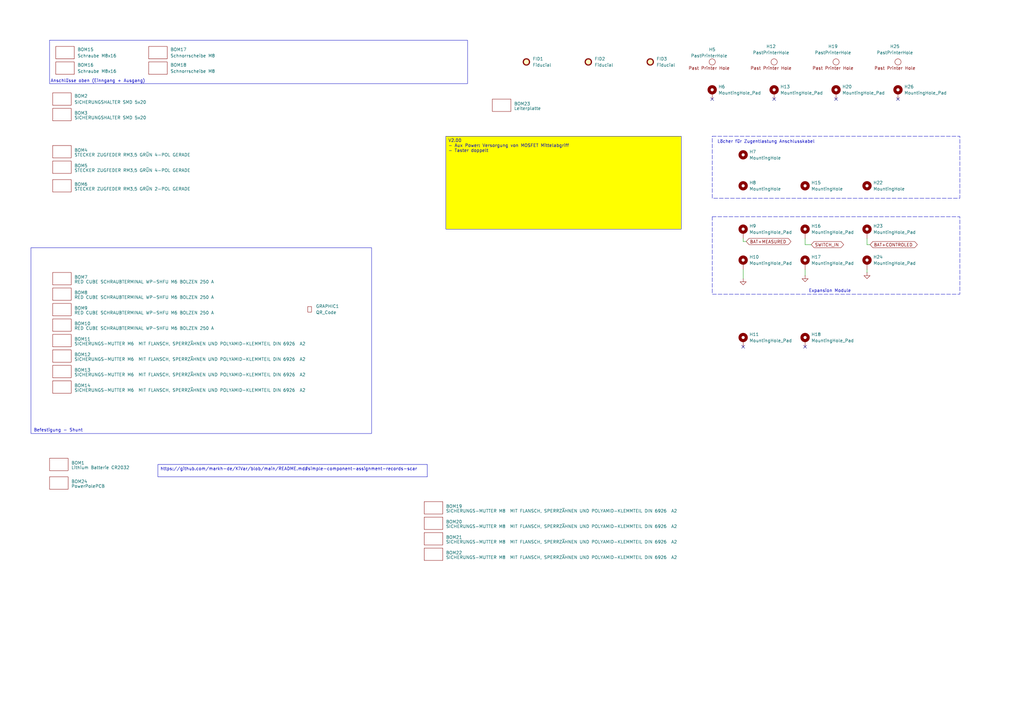
<source format=kicad_sch>
(kicad_sch
	(version 20250114)
	(generator "eeschema")
	(generator_version "9.0")
	(uuid "d2a2d163-13e4-4f1d-aa3d-79667ae6d2fb")
	(paper "A3")
	(lib_symbols
		(symbol "Mechanical:Fiducial"
			(exclude_from_sim yes)
			(in_bom no)
			(on_board yes)
			(property "Reference" "FID"
				(at 0 5.08 0)
				(effects
					(font
						(size 1.27 1.27)
					)
				)
			)
			(property "Value" "Fiducial"
				(at 0 3.175 0)
				(effects
					(font
						(size 1.27 1.27)
					)
				)
			)
			(property "Footprint" ""
				(at 0 0 0)
				(effects
					(font
						(size 1.27 1.27)
					)
					(hide yes)
				)
			)
			(property "Datasheet" "~"
				(at 0 0 0)
				(effects
					(font
						(size 1.27 1.27)
					)
					(hide yes)
				)
			)
			(property "Description" "Fiducial Marker"
				(at 0 0 0)
				(effects
					(font
						(size 1.27 1.27)
					)
					(hide yes)
				)
			)
			(property "ki_keywords" "fiducial marker"
				(at 0 0 0)
				(effects
					(font
						(size 1.27 1.27)
					)
					(hide yes)
				)
			)
			(property "ki_fp_filters" "Fiducial*"
				(at 0 0 0)
				(effects
					(font
						(size 1.27 1.27)
					)
					(hide yes)
				)
			)
			(symbol "Fiducial_0_1"
				(circle
					(center 0 0)
					(radius 1.27)
					(stroke
						(width 0.508)
						(type default)
					)
					(fill
						(type background)
					)
				)
			)
			(embedded_fonts no)
		)
		(symbol "Mechanical:MountingHole"
			(pin_names
				(offset 1.016)
			)
			(exclude_from_sim no)
			(in_bom no)
			(on_board yes)
			(property "Reference" "H"
				(at 0 5.08 0)
				(effects
					(font
						(size 1.27 1.27)
					)
				)
			)
			(property "Value" "MountingHole"
				(at 0 3.175 0)
				(effects
					(font
						(size 1.27 1.27)
					)
				)
			)
			(property "Footprint" ""
				(at 0 0 0)
				(effects
					(font
						(size 1.27 1.27)
					)
					(hide yes)
				)
			)
			(property "Datasheet" "~"
				(at 0 0 0)
				(effects
					(font
						(size 1.27 1.27)
					)
					(hide yes)
				)
			)
			(property "Description" "Mounting Hole without connection"
				(at 0 0 0)
				(effects
					(font
						(size 1.27 1.27)
					)
					(hide yes)
				)
			)
			(property "ki_keywords" "mounting hole"
				(at 0 0 0)
				(effects
					(font
						(size 1.27 1.27)
					)
					(hide yes)
				)
			)
			(property "ki_fp_filters" "MountingHole*"
				(at 0 0 0)
				(effects
					(font
						(size 1.27 1.27)
					)
					(hide yes)
				)
			)
			(symbol "MountingHole_0_1"
				(circle
					(center 0 0)
					(radius 1.27)
					(stroke
						(width 1.27)
						(type default)
					)
					(fill
						(type none)
					)
				)
			)
			(embedded_fonts no)
		)
		(symbol "Mechanical:MountingHole_Pad"
			(pin_numbers
				(hide yes)
			)
			(pin_names
				(offset 1.016)
				(hide yes)
			)
			(exclude_from_sim yes)
			(in_bom no)
			(on_board yes)
			(property "Reference" "H"
				(at 0 6.35 0)
				(effects
					(font
						(size 1.27 1.27)
					)
				)
			)
			(property "Value" "MountingHole_Pad"
				(at 0 4.445 0)
				(effects
					(font
						(size 1.27 1.27)
					)
				)
			)
			(property "Footprint" ""
				(at 0 0 0)
				(effects
					(font
						(size 1.27 1.27)
					)
					(hide yes)
				)
			)
			(property "Datasheet" "~"
				(at 0 0 0)
				(effects
					(font
						(size 1.27 1.27)
					)
					(hide yes)
				)
			)
			(property "Description" "Mounting Hole with connection"
				(at 0 0 0)
				(effects
					(font
						(size 1.27 1.27)
					)
					(hide yes)
				)
			)
			(property "ki_keywords" "mounting hole"
				(at 0 0 0)
				(effects
					(font
						(size 1.27 1.27)
					)
					(hide yes)
				)
			)
			(property "ki_fp_filters" "MountingHole*Pad*"
				(at 0 0 0)
				(effects
					(font
						(size 1.27 1.27)
					)
					(hide yes)
				)
			)
			(symbol "MountingHole_Pad_0_1"
				(circle
					(center 0 1.27)
					(radius 1.27)
					(stroke
						(width 1.27)
						(type default)
					)
					(fill
						(type none)
					)
				)
			)
			(symbol "MountingHole_Pad_1_1"
				(pin input line
					(at 0 -2.54 90)
					(length 2.54)
					(name "1"
						(effects
							(font
								(size 1.27 1.27)
							)
						)
					)
					(number "1"
						(effects
							(font
								(size 1.27 1.27)
							)
						)
					)
				)
			)
			(embedded_fonts no)
		)
		(symbol "myBOM_Part:BOM-Part"
			(pin_numbers
				(hide yes)
			)
			(pin_names
				(offset 0)
				(hide yes)
			)
			(exclude_from_sim no)
			(in_bom yes)
			(on_board no)
			(property "Reference" "BOM"
				(at 0 0 0)
				(effects
					(font
						(size 1.27 1.27)
					)
				)
			)
			(property "Value" ""
				(at 0 0 0)
				(effects
					(font
						(size 1.27 1.27)
					)
				)
			)
			(property "Footprint" "myDummy:BOM-Dummy"
				(at 0 0 0)
				(effects
					(font
						(size 1.27 1.27)
					)
					(hide yes)
				)
			)
			(property "Datasheet" ""
				(at 0 0 0)
				(effects
					(font
						(size 1.27 1.27)
					)
					(hide yes)
				)
			)
			(property "Description" ""
				(at 0 0 0)
				(effects
					(font
						(size 1.27 1.27)
					)
					(hide yes)
				)
			)
			(symbol "BOM-Part_0_1"
				(rectangle
					(start -3.81 2.54)
					(end 3.81 -2.54)
					(stroke
						(width 0)
						(type default)
					)
					(fill
						(type none)
					)
				)
			)
			(embedded_fonts no)
		)
		(symbol "myMounting:mounting_past_printer"
			(exclude_from_sim no)
			(in_bom no)
			(on_board yes)
			(property "Reference" "H"
				(at 0 0 0)
				(effects
					(font
						(size 1.27 1.27)
					)
				)
			)
			(property "Value" ""
				(at 0 0 0)
				(effects
					(font
						(size 1.27 1.27)
					)
				)
			)
			(property "Footprint" "myHoles:printer_mounting_holes_1mm"
				(at 0 0 0)
				(effects
					(font
						(size 1.27 1.27)
					)
					(hide yes)
				)
			)
			(property "Datasheet" ""
				(at 0 0 0)
				(effects
					(font
						(size 1.27 1.27)
					)
					(hide yes)
				)
			)
			(property "Description" ""
				(at 0 0 0)
				(effects
					(font
						(size 1.27 1.27)
					)
					(hide yes)
				)
			)
			(symbol "mounting_past_printer_0_1"
				(circle
					(center 0 0)
					(radius 1.27)
					(stroke
						(width 0)
						(type default)
					)
					(fill
						(type none)
					)
				)
			)
			(symbol "mounting_past_printer_1_1"
				(text "Past Printer Hole\n"
					(at -1.27 -2.54 0)
					(effects
						(font
							(size 1.27 1.27)
						)
					)
				)
			)
			(embedded_fonts no)
		)
		(symbol "myUserSymbol:qrcode"
			(exclude_from_sim no)
			(in_bom yes)
			(on_board yes)
			(property "Reference" "GRAPHIC"
				(at 5.08 1.016 0)
				(effects
					(font
						(size 1.27 1.27)
					)
				)
			)
			(property "Value" "QR_Code"
				(at 5.08 -0.762 0)
				(effects
					(font
						(size 1.27 1.27)
					)
				)
			)
			(property "Footprint" "myQR:qr_PowerPro"
				(at 0 0 0)
				(effects
					(font
						(size 1.27 1.27)
					)
					(hide yes)
				)
			)
			(property "Datasheet" ""
				(at 0 0 0)
				(effects
					(font
						(size 1.27 1.27)
					)
					(hide yes)
				)
			)
			(property "Description" ""
				(at 0 0 0)
				(effects
					(font
						(size 1.27 1.27)
					)
					(hide yes)
				)
			)
			(symbol "qrcode_0_1"
				(rectangle
					(start -0.762 1.27)
					(end 0.762 -1.016)
					(stroke
						(width 0)
						(type default)
					)
					(fill
						(type none)
					)
				)
			)
			(embedded_fonts no)
		)
		(symbol "power:GND"
			(power)
			(pin_numbers
				(hide yes)
			)
			(pin_names
				(offset 0)
				(hide yes)
			)
			(exclude_from_sim no)
			(in_bom yes)
			(on_board yes)
			(property "Reference" "#PWR"
				(at 0 -6.35 0)
				(effects
					(font
						(size 1.27 1.27)
					)
					(hide yes)
				)
			)
			(property "Value" "GND"
				(at 0 -3.81 0)
				(effects
					(font
						(size 1.27 1.27)
					)
				)
			)
			(property "Footprint" ""
				(at 0 0 0)
				(effects
					(font
						(size 1.27 1.27)
					)
					(hide yes)
				)
			)
			(property "Datasheet" ""
				(at 0 0 0)
				(effects
					(font
						(size 1.27 1.27)
					)
					(hide yes)
				)
			)
			(property "Description" "Power symbol creates a global label with name \"GND\" , ground"
				(at 0 0 0)
				(effects
					(font
						(size 1.27 1.27)
					)
					(hide yes)
				)
			)
			(property "ki_keywords" "global power"
				(at 0 0 0)
				(effects
					(font
						(size 1.27 1.27)
					)
					(hide yes)
				)
			)
			(symbol "GND_0_1"
				(polyline
					(pts
						(xy 0 0) (xy 0 -1.27) (xy 1.27 -1.27) (xy 0 -2.54) (xy -1.27 -1.27) (xy 0 -1.27)
					)
					(stroke
						(width 0)
						(type default)
					)
					(fill
						(type none)
					)
				)
			)
			(symbol "GND_1_1"
				(pin power_in line
					(at 0 0 270)
					(length 0)
					(name "~"
						(effects
							(font
								(size 1.27 1.27)
							)
						)
					)
					(number "1"
						(effects
							(font
								(size 1.27 1.27)
							)
						)
					)
				)
			)
			(embedded_fonts no)
		)
	)
	(rectangle
		(start 292.1 55.88)
		(end 393.7 81.28)
		(stroke
			(width 0)
			(type dash)
		)
		(fill
			(type none)
		)
		(uuid 298f8eb6-6a31-433a-9814-9f8ceb17b837)
	)
	(rectangle
		(start 292.1 88.9)
		(end 393.7 120.65)
		(stroke
			(width 0)
			(type dash)
		)
		(fill
			(type none)
		)
		(uuid 439703d5-96a0-4221-8716-af461b4479f9)
	)
	(rectangle
		(start 12.7 101.6)
		(end 152.4 177.8)
		(stroke
			(width 0)
			(type default)
		)
		(fill
			(type none)
		)
		(uuid 759ef55f-1cf6-4141-b681-11e508af138b)
	)
	(rectangle
		(start 20.32 16.51)
		(end 191.77 34.29)
		(stroke
			(width 0)
			(type default)
		)
		(fill
			(type none)
		)
		(uuid fc85b1f5-b704-44aa-ac88-bfb83efce987)
	)
	(text "Expansion Module"
		(exclude_from_sim no)
		(at 340.36 119.38 0)
		(effects
			(font
				(size 1.27 1.27)
			)
		)
		(uuid "04ecad34-d655-4c5c-b20a-c069913c0bd9")
	)
	(text "Löcher für Zugentlastung Anschlusskabel"
		(exclude_from_sim no)
		(at 314.198 58.166 0)
		(effects
			(font
				(size 1.27 1.27)
			)
		)
		(uuid "1d1d1e62-d8e8-4df1-8113-d79cf1facceb")
	)
	(text "Anschlüsse oben (Einngang + Ausgang)"
		(exclude_from_sim no)
		(at 40.132 33.274 0)
		(effects
			(font
				(size 1.27 1.27)
			)
		)
		(uuid "5ff5222f-0537-4772-bcaa-0bb650dd5d4b")
	)
	(text "Befestigung - Shunt"
		(exclude_from_sim no)
		(at 23.876 176.53 0)
		(effects
			(font
				(size 1.27 1.27)
			)
		)
		(uuid "885e52a6-0729-49a2-8548-f19c78116c17")
	)
	(text_box "V2.00\n- Aux Power: Versorgung von MOSFET Mittelabgriff\n- Taster doppelt\n"
		(exclude_from_sim no)
		(at 182.88 55.88 0)
		(size 96.52 38.1)
		(margins 0.9525 0.9525 0.9525 0.9525)
		(stroke
			(width 0)
			(type solid)
		)
		(fill
			(type color)
			(color 255 255 0 1)
		)
		(effects
			(font
				(size 1.27 1.27)
			)
			(justify left top)
		)
		(uuid "24112d1c-5aa9-49ef-988a-13f18db7bec7")
	)
	(text_box "https://github.com/markh-de/KiVar/blob/main/README.md#simple-component-assignment-records-scar"
		(exclude_from_sim no)
		(at 64.77 190.5 0)
		(size 110.49 5.08)
		(margins 0.9525 0.9525 0.9525 0.9525)
		(stroke
			(width 0)
			(type solid)
		)
		(fill
			(type none)
		)
		(effects
			(font
				(size 1.27 1.27)
			)
			(justify left top)
		)
		(uuid "bc9d1e96-57a4-4f41-a021-c3925ca2178d")
	)
	(no_connect
		(at 317.5 40.64)
		(uuid "117571a9-6db0-414e-9ca8-b060f2ca65f3")
	)
	(no_connect
		(at 330.2 142.24)
		(uuid "3f9eb071-1071-447f-a0d2-40b907efaaaa")
	)
	(no_connect
		(at 304.8 142.24)
		(uuid "73be37cc-abdc-463d-83e4-d3578cdb1737")
	)
	(no_connect
		(at 342.9 40.64)
		(uuid "99058c05-467f-4069-a2f9-3d495bac901b")
	)
	(no_connect
		(at 292.1 40.64)
		(uuid "bc31fe6a-7bcb-4aa9-a835-13c2ac0e5841")
	)
	(no_connect
		(at 368.3 40.64)
		(uuid "c59c54e2-b90e-4ae5-be05-494dfaf74854")
	)
	(wire
		(pts
			(xy 330.2 100.33) (xy 332.74 100.33)
		)
		(stroke
			(width 0)
			(type default)
		)
		(uuid "081b691b-ba22-4b08-9f96-b06f841ad2bf")
	)
	(wire
		(pts
			(xy 304.8 110.49) (xy 304.8 114.3)
		)
		(stroke
			(width 0)
			(type default)
		)
		(uuid "09f89601-6af1-47be-8658-218ece31dfc1")
	)
	(wire
		(pts
			(xy 304.8 99.06) (xy 306.07 99.06)
		)
		(stroke
			(width 0)
			(type default)
		)
		(uuid "2fd6f949-807e-4c79-9b7c-f0cf3a854b22")
	)
	(wire
		(pts
			(xy 355.6 97.79) (xy 355.6 100.33)
		)
		(stroke
			(width 0)
			(type default)
		)
		(uuid "53dbe2e7-c4e3-41cd-b60d-fba210533a5d")
	)
	(wire
		(pts
			(xy 304.8 97.79) (xy 304.8 99.06)
		)
		(stroke
			(width 0)
			(type default)
		)
		(uuid "58f6d539-5cec-4c5a-a8e9-197ef322413b")
	)
	(wire
		(pts
			(xy 330.2 110.49) (xy 330.2 113.03)
		)
		(stroke
			(width 0)
			(type default)
		)
		(uuid "5c34ae3c-d4c0-48f8-a0bc-d905a0b9e081")
	)
	(wire
		(pts
			(xy 355.6 100.33) (xy 356.87 100.33)
		)
		(stroke
			(width 0)
			(type default)
		)
		(uuid "6b1f1411-4afd-46fb-9167-112d931775f0")
	)
	(wire
		(pts
			(xy 355.6 110.49) (xy 355.6 111.76)
		)
		(stroke
			(width 0)
			(type default)
		)
		(uuid "9c8f581d-90d3-4541-a79d-311bf99038a9")
	)
	(wire
		(pts
			(xy 330.2 97.79) (xy 330.2 100.33)
		)
		(stroke
			(width 0)
			(type default)
		)
		(uuid "d2e9674b-3214-42fe-91fe-eff4b1c6b520")
	)
	(global_label "SWITCH_IN"
		(shape bidirectional)
		(at 332.74 100.33 0)
		(fields_autoplaced yes)
		(effects
			(font
				(size 1.27 1.27)
			)
			(justify left)
		)
		(uuid "364e17f5-6332-4129-b9f0-e0a278dcdc5d")
		(property "Intersheetrefs" "${INTERSHEET_REFS}"
			(at 346.5732 100.33 0)
			(effects
				(font
					(size 1.27 1.27)
				)
				(justify left)
				(hide yes)
			)
		)
	)
	(global_label "BAT+MEASURED"
		(shape bidirectional)
		(at 306.07 99.06 0)
		(fields_autoplaced yes)
		(effects
			(font
				(size 1.27 1.27)
			)
			(justify left)
		)
		(uuid "89d66515-74f1-4b91-907e-d0d181ef9125")
		(property "Intersheetrefs" "${INTERSHEET_REFS}"
			(at 324.9831 99.06 0)
			(effects
				(font
					(size 1.27 1.27)
				)
				(justify left)
				(hide yes)
			)
		)
	)
	(global_label "BAT+CONTROLED"
		(shape bidirectional)
		(at 356.87 100.33 0)
		(fields_autoplaced yes)
		(effects
			(font
				(size 1.27 1.27)
			)
			(justify left)
		)
		(uuid "b310afb4-edca-425b-a3ae-3997656d490e")
		(property "Intersheetrefs" "${INTERSHEET_REFS}"
			(at 376.8113 100.33 0)
			(effects
				(font
					(size 1.27 1.27)
				)
				(justify left)
				(hide yes)
			)
		)
	)
	(symbol
		(lib_id "myBOM_Part:BOM-Part")
		(at 25.4 146.05 0)
		(unit 1)
		(exclude_from_sim no)
		(in_bom yes)
		(on_board yes)
		(dnp no)
		(fields_autoplaced yes)
		(uuid "13be8445-2381-4989-b0c8-cb0b27a90645")
		(property "Reference" "BOM12"
			(at 30.48 145.4149 0)
			(effects
				(font
					(size 1.27 1.27)
				)
				(justify left)
			)
		)
		(property "Value" "SICHERUNGS-MUTTER M6  MIT FLANSCH, SPERRZÄHNEN UND POLYAMID-KLEMMTEIL DIN 6926  A2"
			(at 30.48 147.32 0)
			(effects
				(font
					(size 1.27 1.27)
				)
				(justify left)
			)
		)
		(property "Footprint" "myBOM:BOM_PART_2x2mm"
			(at 25.4 146.05 0)
			(effects
				(font
					(size 1.27 1.27)
				)
				(hide yes)
			)
		)
		(property "Datasheet" ""
			(at 25.4 146.05 0)
			(effects
				(font
					(size 1.27 1.27)
				)
				(hide yes)
			)
		)
		(property "Description" "SICHERUNGS-MUTTER M6  MIT FLANSCH, SPERRZÄHNEN UND POLYAMID-KLEMMTEIL DIN 6926  A2"
			(at 25.4 146.05 0)
			(effects
				(font
					(size 1.27 1.27)
				)
				(hide yes)
			)
		)
		(property "ECS Art#" "M601"
			(at 25.4 146.05 0)
			(effects
				(font
					(size 1.27 1.27)
				)
				(hide yes)
			)
		)
		(property "HAN" "UNBEKANNT/VERSCHIEDENE"
			(at 25.4 146.05 0)
			(effects
				(font
					(size 1.27 1.27)
				)
				(hide yes)
			)
		)
		(property "Voltage" ""
			(at 25.4 146.05 0)
			(effects
				(font
					(size 1.27 1.27)
				)
				(hide yes)
			)
		)
		(property "Toleranz" ""
			(at 25.4 146.05 0)
			(effects
				(font
					(size 1.27 1.27)
				)
				(hide yes)
			)
		)
		(property "Hersteller" "UNBEKANNT/VERSCHIEDENE"
			(at 25.4 146.05 0)
			(effects
				(font
					(size 1.27 1.27)
				)
				(hide yes)
			)
		)
		(instances
			(project ""
				(path "/bf1f8167-8e29-49cc-a467-dd9cc2c77246/4875905e-d35e-4049-a6aa-c7869d81fd32"
					(reference "BOM12")
					(unit 1)
				)
			)
		)
	)
	(symbol
		(lib_id "myMounting:mounting_past_printer")
		(at 317.5 25.4 0)
		(unit 1)
		(exclude_from_sim no)
		(in_bom no)
		(on_board yes)
		(dnp no)
		(fields_autoplaced yes)
		(uuid "1b20e053-c0cc-4634-bd3b-f1cb5663f516")
		(property "Reference" "H12"
			(at 316.23 19.05 0)
			(effects
				(font
					(size 1.27 1.27)
				)
			)
		)
		(property "Value" "PastPrinterHole"
			(at 316.23 21.59 0)
			(effects
				(font
					(size 1.27 1.27)
				)
			)
		)
		(property "Footprint" "myHoles:printer_mounting_holes_1mm"
			(at 317.5 25.4 0)
			(effects
				(font
					(size 1.27 1.27)
				)
				(hide yes)
			)
		)
		(property "Datasheet" ""
			(at 317.5 25.4 0)
			(effects
				(font
					(size 1.27 1.27)
				)
				(hide yes)
			)
		)
		(property "Description" "Past Printer Hole"
			(at 317.5 25.4 0)
			(effects
				(font
					(size 1.27 1.27)
				)
				(hide yes)
			)
		)
		(property "Sim.Device" ""
			(at 317.5 25.4 0)
			(effects
				(font
					(size 1.27 1.27)
				)
				(hide yes)
			)
		)
		(property "Sim.Pins" ""
			(at 317.5 25.4 0)
			(effects
				(font
					(size 1.27 1.27)
				)
				(hide yes)
			)
		)
		(property "ECS Art#" "---"
			(at 317.5 25.4 0)
			(effects
				(font
					(size 1.27 1.27)
				)
				(hide yes)
			)
		)
		(property "HAN" "---"
			(at 317.5 25.4 0)
			(effects
				(font
					(size 1.27 1.27)
				)
				(hide yes)
			)
		)
		(property "Hersteller" "---"
			(at 317.5 25.4 0)
			(effects
				(font
					(size 1.27 1.27)
				)
				(hide yes)
			)
		)
		(instances
			(project "smartPro"
				(path "/bf1f8167-8e29-49cc-a467-dd9cc2c77246/4875905e-d35e-4049-a6aa-c7869d81fd32"
					(reference "H12")
					(unit 1)
				)
			)
		)
	)
	(symbol
		(lib_id "myBOM_Part:BOM-Part")
		(at 25.4 127 0)
		(unit 1)
		(exclude_from_sim no)
		(in_bom yes)
		(on_board yes)
		(dnp no)
		(fields_autoplaced yes)
		(uuid "1b6df1ec-0485-4b7d-a5ee-514894bd27bb")
		(property "Reference" "BOM9"
			(at 30.48 126.3649 0)
			(effects
				(font
					(size 1.27 1.27)
				)
				(justify left)
			)
		)
		(property "Value" "RED CUBE SCHRAUBTERMINAL WP-SHFU M6 BOLZEN 250 A"
			(at 30.48 128.27 0)
			(effects
				(font
					(size 1.27 1.27)
				)
				(justify left)
			)
		)
		(property "Footprint" "myBOM:BOM_PART_2x2mm"
			(at 25.4 127 0)
			(effects
				(font
					(size 1.27 1.27)
				)
				(hide yes)
			)
		)
		(property "Datasheet" "https://www.we-online.com/components/products/datasheet/7461098.pdf"
			(at 25.4 127 0)
			(effects
				(font
					(size 1.27 1.27)
				)
				(hide yes)
			)
		)
		(property "Description" "RED CUBE SCHRAUBTERMINAL WP-SHFU M6 BOLZEN 250 A"
			(at 25.4 127 0)
			(effects
				(font
					(size 1.27 1.27)
				)
				(hide yes)
			)
		)
		(property "ECS Art#" "CON521"
			(at 25.4 127 0)
			(effects
				(font
					(size 1.27 1.27)
				)
				(hide yes)
			)
		)
		(property "HAN" "7461098"
			(at 25.4 127 0)
			(effects
				(font
					(size 1.27 1.27)
				)
				(hide yes)
			)
		)
		(property "Voltage" ""
			(at 25.4 127 0)
			(effects
				(font
					(size 1.27 1.27)
				)
				(hide yes)
			)
		)
		(property "Toleranz" ""
			(at 25.4 127 0)
			(effects
				(font
					(size 1.27 1.27)
				)
				(hide yes)
			)
		)
		(property "Hersteller" "Würth"
			(at 25.4 127 0)
			(effects
				(font
					(size 1.27 1.27)
				)
				(hide yes)
			)
		)
		(instances
			(project ""
				(path "/bf1f8167-8e29-49cc-a467-dd9cc2c77246/4875905e-d35e-4049-a6aa-c7869d81fd32"
					(reference "BOM9")
					(unit 1)
				)
			)
		)
	)
	(symbol
		(lib_id "Mechanical:MountingHole")
		(at 304.8 63.5 0)
		(unit 1)
		(exclude_from_sim no)
		(in_bom no)
		(on_board yes)
		(dnp no)
		(fields_autoplaced yes)
		(uuid "1bf8f243-c206-4d29-897f-c426a293a872")
		(property "Reference" "H7"
			(at 307.34 62.2299 0)
			(effects
				(font
					(size 1.27 1.27)
				)
				(justify left)
			)
		)
		(property "Value" "MountingHole"
			(at 307.34 64.7699 0)
			(effects
				(font
					(size 1.27 1.27)
				)
				(justify left)
			)
		)
		(property "Footprint" "MountingHole:MountingHole_6mm"
			(at 304.8 63.5 0)
			(effects
				(font
					(size 1.27 1.27)
				)
				(hide yes)
			)
		)
		(property "Datasheet" "~"
			(at 304.8 63.5 0)
			(effects
				(font
					(size 1.27 1.27)
				)
				(hide yes)
			)
		)
		(property "Description" "Mounting Hole without connection"
			(at 304.8 63.5 0)
			(effects
				(font
					(size 1.27 1.27)
				)
				(hide yes)
			)
		)
		(instances
			(project ""
				(path "/bf1f8167-8e29-49cc-a467-dd9cc2c77246/4875905e-d35e-4049-a6aa-c7869d81fd32"
					(reference "H7")
					(unit 1)
				)
			)
		)
	)
	(symbol
		(lib_id "Mechanical:MountingHole_Pad")
		(at 355.6 107.95 0)
		(unit 1)
		(exclude_from_sim yes)
		(in_bom no)
		(on_board yes)
		(dnp no)
		(fields_autoplaced yes)
		(uuid "2502056f-8c4a-4ddd-993b-3ef96ce9a768")
		(property "Reference" "H24"
			(at 358.14 105.4099 0)
			(effects
				(font
					(size 1.27 1.27)
				)
				(justify left)
			)
		)
		(property "Value" "MountingHole_Pad"
			(at 358.14 107.9499 0)
			(effects
				(font
					(size 1.27 1.27)
				)
				(justify left)
			)
		)
		(property "Footprint" "MountingHole:MountingHole_3.2mm_M3_DIN965_Pad"
			(at 355.6 107.95 0)
			(effects
				(font
					(size 1.27 1.27)
				)
				(hide yes)
			)
		)
		(property "Datasheet" "~"
			(at 355.6 107.95 0)
			(effects
				(font
					(size 1.27 1.27)
				)
				(hide yes)
			)
		)
		(property "Description" "Mounting Hole with connection"
			(at 355.6 107.95 0)
			(effects
				(font
					(size 1.27 1.27)
				)
				(hide yes)
			)
		)
		(pin "1"
			(uuid "1a697412-6802-46b7-a856-bf87d1961048")
		)
		(instances
			(project ""
				(path "/bf1f8167-8e29-49cc-a467-dd9cc2c77246/4875905e-d35e-4049-a6aa-c7869d81fd32"
					(reference "H24")
					(unit 1)
				)
			)
		)
	)
	(symbol
		(lib_id "myBOM_Part:BOM-Part")
		(at 177.8 227.33 0)
		(unit 1)
		(exclude_from_sim no)
		(in_bom yes)
		(on_board yes)
		(dnp no)
		(fields_autoplaced yes)
		(uuid "2a14a79f-b15b-4981-b6b1-db220f193080")
		(property "Reference" "BOM22"
			(at 182.88 226.6949 0)
			(effects
				(font
					(size 1.27 1.27)
				)
				(justify left)
			)
		)
		(property "Value" "SICHERUNGS-MUTTER M8  MIT FLANSCH, SPERRZÄHNEN UND POLYAMID-KLEMMTEIL DIN 6926  A2"
			(at 182.88 228.6 0)
			(effects
				(font
					(size 1.27 1.27)
				)
				(justify left)
			)
		)
		(property "Footprint" "myBOM:BOM_PART_2x2mm"
			(at 177.8 227.33 0)
			(effects
				(font
					(size 1.27 1.27)
				)
				(hide yes)
			)
		)
		(property "Datasheet" ""
			(at 177.8 227.33 0)
			(effects
				(font
					(size 1.27 1.27)
				)
				(hide yes)
			)
		)
		(property "Description" "SICHERUNGS-MUTTER M8  MIT FLANSCH, SPERRZÄHNEN UND POLYAMID-KLEMMTEIL DIN 6926  A2"
			(at 177.8 227.33 0)
			(effects
				(font
					(size 1.27 1.27)
				)
				(hide yes)
			)
		)
		(property "ECS Art#" "M406"
			(at 177.8 227.33 0)
			(effects
				(font
					(size 1.27 1.27)
				)
				(hide yes)
			)
		)
		(property "HAN" "UNBEKANNT/VERSCHIEDENE"
			(at 177.8 227.33 0)
			(effects
				(font
					(size 1.27 1.27)
				)
				(hide yes)
			)
		)
		(property "Voltage" ""
			(at 177.8 227.33 0)
			(effects
				(font
					(size 1.27 1.27)
				)
				(hide yes)
			)
		)
		(property "Toleranz" ""
			(at 177.8 227.33 0)
			(effects
				(font
					(size 1.27 1.27)
				)
				(hide yes)
			)
		)
		(property "Hersteller" "UNBEKANNT/VERSCHIEDENE"
			(at 177.8 227.33 0)
			(effects
				(font
					(size 1.27 1.27)
				)
				(hide yes)
			)
		)
		(instances
			(project ""
				(path "/bf1f8167-8e29-49cc-a467-dd9cc2c77246/4875905e-d35e-4049-a6aa-c7869d81fd32"
					(reference "BOM22")
					(unit 1)
				)
			)
		)
	)
	(symbol
		(lib_id "Mechanical:MountingHole_Pad")
		(at 292.1 38.1 0)
		(unit 1)
		(exclude_from_sim yes)
		(in_bom no)
		(on_board yes)
		(dnp no)
		(uuid "2c6052f4-9c11-4a37-a5fc-7bce997cb92b")
		(property "Reference" "H6"
			(at 294.64 35.5599 0)
			(effects
				(font
					(size 1.27 1.27)
				)
				(justify left)
			)
		)
		(property "Value" "MountingHole_Pad"
			(at 294.64 38.0999 0)
			(effects
				(font
					(size 1.27 1.27)
				)
				(justify left)
			)
		)
		(property "Footprint" "MountingHole:MountingHole_2.2mm_M2_DIN965_Pad"
			(at 292.1 38.1 0)
			(effects
				(font
					(size 1.27 1.27)
				)
				(hide yes)
			)
		)
		(property "Datasheet" "~"
			(at 292.1 38.1 0)
			(effects
				(font
					(size 1.27 1.27)
				)
				(hide yes)
			)
		)
		(property "Description" "Mounting Hole with connection"
			(at 292.1 38.1 0)
			(effects
				(font
					(size 1.27 1.27)
				)
				(hide yes)
			)
		)
		(property "Sim.Device" ""
			(at 292.1 38.1 0)
			(effects
				(font
					(size 1.27 1.27)
				)
				(hide yes)
			)
		)
		(property "Sim.Pins" ""
			(at 292.1 38.1 0)
			(effects
				(font
					(size 1.27 1.27)
				)
				(hide yes)
			)
		)
		(property "ECS Art#" "---"
			(at 292.1 38.1 0)
			(effects
				(font
					(size 1.27 1.27)
				)
				(hide yes)
			)
		)
		(property "HAN" "---"
			(at 292.1 38.1 0)
			(effects
				(font
					(size 1.27 1.27)
				)
				(hide yes)
			)
		)
		(property "Hersteller" "---"
			(at 292.1 38.1 0)
			(effects
				(font
					(size 1.27 1.27)
				)
				(hide yes)
			)
		)
		(pin "1"
			(uuid "48a982f8-8b1a-4fe0-b8fd-ba3ec310ad76")
		)
		(instances
			(project "smartPro"
				(path "/bf1f8167-8e29-49cc-a467-dd9cc2c77246/4875905e-d35e-4049-a6aa-c7869d81fd32"
					(reference "H6")
					(unit 1)
				)
			)
		)
	)
	(symbol
		(lib_id "power:GND")
		(at 355.6 111.76 0)
		(unit 1)
		(exclude_from_sim no)
		(in_bom yes)
		(on_board yes)
		(dnp no)
		(fields_autoplaced yes)
		(uuid "2e145680-fd29-46b3-8308-ad8e89387c5f")
		(property "Reference" "#PWR0336"
			(at 355.6 118.11 0)
			(effects
				(font
					(size 1.27 1.27)
				)
				(hide yes)
			)
		)
		(property "Value" "GND"
			(at 355.6 116.84 0)
			(effects
				(font
					(size 1.27 1.27)
				)
				(hide yes)
			)
		)
		(property "Footprint" ""
			(at 355.6 111.76 0)
			(effects
				(font
					(size 1.27 1.27)
				)
				(hide yes)
			)
		)
		(property "Datasheet" ""
			(at 355.6 111.76 0)
			(effects
				(font
					(size 1.27 1.27)
				)
				(hide yes)
			)
		)
		(property "Description" "Power symbol creates a global label with name \"GND\" , ground"
			(at 355.6 111.76 0)
			(effects
				(font
					(size 1.27 1.27)
				)
				(hide yes)
			)
		)
		(pin "1"
			(uuid "19d3b3b0-b5e7-4861-adf8-f1453bcafe45")
		)
		(instances
			(project ""
				(path "/bf1f8167-8e29-49cc-a467-dd9cc2c77246/4875905e-d35e-4049-a6aa-c7869d81fd32"
					(reference "#PWR0336")
					(unit 1)
				)
			)
		)
	)
	(symbol
		(lib_id "myBOM_Part:BOM-Part")
		(at 177.8 220.98 0)
		(unit 1)
		(exclude_from_sim no)
		(in_bom yes)
		(on_board yes)
		(dnp no)
		(fields_autoplaced yes)
		(uuid "2ff67a74-e4b4-4e20-ba8c-99282f2a2b30")
		(property "Reference" "BOM21"
			(at 182.88 220.3449 0)
			(effects
				(font
					(size 1.27 1.27)
				)
				(justify left)
			)
		)
		(property "Value" "SICHERUNGS-MUTTER M8  MIT FLANSCH, SPERRZÄHNEN UND POLYAMID-KLEMMTEIL DIN 6926  A2"
			(at 182.88 222.25 0)
			(effects
				(font
					(size 1.27 1.27)
				)
				(justify left)
			)
		)
		(property "Footprint" "myBOM:BOM_PART_2x2mm"
			(at 177.8 220.98 0)
			(effects
				(font
					(size 1.27 1.27)
				)
				(hide yes)
			)
		)
		(property "Datasheet" ""
			(at 177.8 220.98 0)
			(effects
				(font
					(size 1.27 1.27)
				)
				(hide yes)
			)
		)
		(property "Description" "SICHERUNGS-MUTTER M8  MIT FLANSCH, SPERRZÄHNEN UND POLYAMID-KLEMMTEIL DIN 6926  A2"
			(at 177.8 220.98 0)
			(effects
				(font
					(size 1.27 1.27)
				)
				(hide yes)
			)
		)
		(property "ECS Art#" "M406"
			(at 177.8 220.98 0)
			(effects
				(font
					(size 1.27 1.27)
				)
				(hide yes)
			)
		)
		(property "HAN" "UNBEKANNT/VERSCHIEDENE"
			(at 177.8 220.98 0)
			(effects
				(font
					(size 1.27 1.27)
				)
				(hide yes)
			)
		)
		(property "Voltage" ""
			(at 177.8 220.98 0)
			(effects
				(font
					(size 1.27 1.27)
				)
				(hide yes)
			)
		)
		(property "Toleranz" ""
			(at 177.8 220.98 0)
			(effects
				(font
					(size 1.27 1.27)
				)
				(hide yes)
			)
		)
		(property "Hersteller" "UNBEKANNT/VERSCHIEDENE"
			(at 177.8 220.98 0)
			(effects
				(font
					(size 1.27 1.27)
				)
				(hide yes)
			)
		)
		(instances
			(project ""
				(path "/bf1f8167-8e29-49cc-a467-dd9cc2c77246/4875905e-d35e-4049-a6aa-c7869d81fd32"
					(reference "BOM21")
					(unit 1)
				)
			)
		)
	)
	(symbol
		(lib_id "myBOM_Part:BOM-Part")
		(at 64.77 21.59 0)
		(unit 1)
		(exclude_from_sim no)
		(in_bom yes)
		(on_board yes)
		(dnp no)
		(fields_autoplaced yes)
		(uuid "32477daf-5902-4d7c-bccf-cfd7a440cadd")
		(property "Reference" "BOM17"
			(at 69.85 20.3199 0)
			(effects
				(font
					(size 1.27 1.27)
				)
				(justify left)
			)
		)
		(property "Value" "Schnorrscheibe M8"
			(at 69.85 22.8599 0)
			(effects
				(font
					(size 1.27 1.27)
				)
				(justify left)
			)
		)
		(property "Footprint" "myBOM:BOM_PART_2x2mm"
			(at 64.77 21.59 0)
			(effects
				(font
					(size 1.27 1.27)
				)
				(hide yes)
			)
		)
		(property "Datasheet" ""
			(at 64.77 21.59 0)
			(effects
				(font
					(size 1.27 1.27)
				)
				(hide yes)
			)
		)
		(property "Description" "SCHNORR SICHERUNGSSCHEIBEN FORM S (Standard) S8 A2"
			(at 64.77 21.59 0)
			(effects
				(font
					(size 1.27 1.27)
				)
				(hide yes)
			)
		)
		(property "HAN" "422 700"
			(at 64.77 21.59 0)
			(effects
				(font
					(size 1.27 1.27)
				)
				(hide yes)
			)
		)
		(property "ECS Art#" "M415"
			(at 64.77 21.59 0)
			(effects
				(font
					(size 1.27 1.27)
				)
				(hide yes)
			)
		)
		(property "Hersteller" "Schnorr"
			(at 64.77 21.59 0)
			(effects
				(font
					(size 1.27 1.27)
				)
				(hide yes)
			)
		)
		(instances
			(project ""
				(path "/bf1f8167-8e29-49cc-a467-dd9cc2c77246/4875905e-d35e-4049-a6aa-c7869d81fd32"
					(reference "BOM17")
					(unit 1)
				)
			)
		)
	)
	(symbol
		(lib_id "myBOM_Part:BOM-Part")
		(at 25.4 133.35 0)
		(unit 1)
		(exclude_from_sim no)
		(in_bom yes)
		(on_board yes)
		(dnp no)
		(fields_autoplaced yes)
		(uuid "33ba4f5c-fa84-45f2-bf01-aade6a0ebfe8")
		(property "Reference" "BOM10"
			(at 30.48 132.7149 0)
			(effects
				(font
					(size 1.27 1.27)
				)
				(justify left)
			)
		)
		(property "Value" "RED CUBE SCHRAUBTERMINAL WP-SHFU M6 BOLZEN 250 A"
			(at 30.48 134.62 0)
			(effects
				(font
					(size 1.27 1.27)
				)
				(justify left)
			)
		)
		(property "Footprint" "myBOM:BOM_PART_2x2mm"
			(at 25.4 133.35 0)
			(effects
				(font
					(size 1.27 1.27)
				)
				(hide yes)
			)
		)
		(property "Datasheet" "https://www.we-online.com/components/products/datasheet/7461098.pdf"
			(at 25.4 133.35 0)
			(effects
				(font
					(size 1.27 1.27)
				)
				(hide yes)
			)
		)
		(property "Description" "RED CUBE SCHRAUBTERMINAL WP-SHFU M6 BOLZEN 250 A"
			(at 25.4 133.35 0)
			(effects
				(font
					(size 1.27 1.27)
				)
				(hide yes)
			)
		)
		(property "ECS Art#" "CON521"
			(at 25.4 133.35 0)
			(effects
				(font
					(size 1.27 1.27)
				)
				(hide yes)
			)
		)
		(property "HAN" "7461098"
			(at 25.4 133.35 0)
			(effects
				(font
					(size 1.27 1.27)
				)
				(hide yes)
			)
		)
		(property "Voltage" ""
			(at 25.4 133.35 0)
			(effects
				(font
					(size 1.27 1.27)
				)
				(hide yes)
			)
		)
		(property "Toleranz" ""
			(at 25.4 133.35 0)
			(effects
				(font
					(size 1.27 1.27)
				)
				(hide yes)
			)
		)
		(property "Hersteller" "Würth"
			(at 25.4 133.35 0)
			(effects
				(font
					(size 1.27 1.27)
				)
				(hide yes)
			)
		)
		(instances
			(project ""
				(path "/bf1f8167-8e29-49cc-a467-dd9cc2c77246/4875905e-d35e-4049-a6aa-c7869d81fd32"
					(reference "BOM10")
					(unit 1)
				)
			)
		)
	)
	(symbol
		(lib_id "myBOM_Part:BOM-Part")
		(at 25.4 152.4 0)
		(unit 1)
		(exclude_from_sim no)
		(in_bom yes)
		(on_board yes)
		(dnp no)
		(fields_autoplaced yes)
		(uuid "3637a873-b206-4c9f-88d8-36a15f8a28ad")
		(property "Reference" "BOM13"
			(at 30.48 151.7649 0)
			(effects
				(font
					(size 1.27 1.27)
				)
				(justify left)
			)
		)
		(property "Value" "SICHERUNGS-MUTTER M6  MIT FLANSCH, SPERRZÄHNEN UND POLYAMID-KLEMMTEIL DIN 6926  A2"
			(at 30.48 153.67 0)
			(effects
				(font
					(size 1.27 1.27)
				)
				(justify left)
			)
		)
		(property "Footprint" "myBOM:BOM_PART_2x2mm"
			(at 25.4 152.4 0)
			(effects
				(font
					(size 1.27 1.27)
				)
				(hide yes)
			)
		)
		(property "Datasheet" ""
			(at 25.4 152.4 0)
			(effects
				(font
					(size 1.27 1.27)
				)
				(hide yes)
			)
		)
		(property "Description" "SICHERUNGS-MUTTER M6  MIT FLANSCH, SPERRZÄHNEN UND POLYAMID-KLEMMTEIL DIN 6926  A2"
			(at 25.4 152.4 0)
			(effects
				(font
					(size 1.27 1.27)
				)
				(hide yes)
			)
		)
		(property "ECS Art#" "M601"
			(at 25.4 152.4 0)
			(effects
				(font
					(size 1.27 1.27)
				)
				(hide yes)
			)
		)
		(property "HAN" "UNBEKANNT/VERSCHIEDENE"
			(at 25.4 152.4 0)
			(effects
				(font
					(size 1.27 1.27)
				)
				(hide yes)
			)
		)
		(property "Voltage" ""
			(at 25.4 152.4 0)
			(effects
				(font
					(size 1.27 1.27)
				)
				(hide yes)
			)
		)
		(property "Toleranz" ""
			(at 25.4 152.4 0)
			(effects
				(font
					(size 1.27 1.27)
				)
				(hide yes)
			)
		)
		(property "Hersteller" "UNBEKANNT/VERSCHIEDENE"
			(at 25.4 152.4 0)
			(effects
				(font
					(size 1.27 1.27)
				)
				(hide yes)
			)
		)
		(instances
			(project ""
				(path "/bf1f8167-8e29-49cc-a467-dd9cc2c77246/4875905e-d35e-4049-a6aa-c7869d81fd32"
					(reference "BOM13")
					(unit 1)
				)
			)
		)
	)
	(symbol
		(lib_id "myBOM_Part:BOM-Part")
		(at 25.4 120.65 0)
		(unit 1)
		(exclude_from_sim no)
		(in_bom yes)
		(on_board yes)
		(dnp no)
		(fields_autoplaced yes)
		(uuid "3af4fbd4-d40e-452c-9e32-001077c1c6aa")
		(property "Reference" "BOM8"
			(at 30.48 120.0149 0)
			(effects
				(font
					(size 1.27 1.27)
				)
				(justify left)
			)
		)
		(property "Value" "RED CUBE SCHRAUBTERMINAL WP-SHFU M6 BOLZEN 250 A"
			(at 30.48 121.92 0)
			(effects
				(font
					(size 1.27 1.27)
				)
				(justify left)
			)
		)
		(property "Footprint" "myBOM:BOM_PART_2x2mm"
			(at 25.4 120.65 0)
			(effects
				(font
					(size 1.27 1.27)
				)
				(hide yes)
			)
		)
		(property "Datasheet" "https://www.we-online.com/components/products/datasheet/7461098.pdf"
			(at 25.4 120.65 0)
			(effects
				(font
					(size 1.27 1.27)
				)
				(hide yes)
			)
		)
		(property "Description" "RED CUBE SCHRAUBTERMINAL WP-SHFU M6 BOLZEN 250 A"
			(at 25.4 120.65 0)
			(effects
				(font
					(size 1.27 1.27)
				)
				(hide yes)
			)
		)
		(property "ECS Art#" "CON521"
			(at 25.4 120.65 0)
			(effects
				(font
					(size 1.27 1.27)
				)
				(hide yes)
			)
		)
		(property "HAN" "7461098"
			(at 25.4 120.65 0)
			(effects
				(font
					(size 1.27 1.27)
				)
				(hide yes)
			)
		)
		(property "Voltage" ""
			(at 25.4 120.65 0)
			(effects
				(font
					(size 1.27 1.27)
				)
				(hide yes)
			)
		)
		(property "Toleranz" ""
			(at 25.4 120.65 0)
			(effects
				(font
					(size 1.27 1.27)
				)
				(hide yes)
			)
		)
		(property "Hersteller" "Würth"
			(at 25.4 120.65 0)
			(effects
				(font
					(size 1.27 1.27)
				)
				(hide yes)
			)
		)
		(instances
			(project ""
				(path "/bf1f8167-8e29-49cc-a467-dd9cc2c77246/4875905e-d35e-4049-a6aa-c7869d81fd32"
					(reference "BOM8")
					(unit 1)
				)
			)
		)
	)
	(symbol
		(lib_id "myUserSymbol:qrcode")
		(at 127 127 0)
		(unit 1)
		(exclude_from_sim no)
		(in_bom no)
		(on_board yes)
		(dnp no)
		(fields_autoplaced yes)
		(uuid "3bd154cd-1a86-44b1-84d1-fd9215abcf7a")
		(property "Reference" "GRAPHIC1"
			(at 129.54 125.6029 0)
			(effects
				(font
					(size 1.27 1.27)
				)
				(justify left)
			)
		)
		(property "Value" "QR_Code"
			(at 129.54 128.1429 0)
			(effects
				(font
					(size 1.27 1.27)
				)
				(justify left)
			)
		)
		(property "Footprint" "myQR:qr_SmartPro209"
			(at 127 127 0)
			(effects
				(font
					(size 1.27 1.27)
				)
				(hide yes)
			)
		)
		(property "Datasheet" ""
			(at 127 127 0)
			(effects
				(font
					(size 1.27 1.27)
				)
				(hide yes)
			)
		)
		(property "Description" ""
			(at 127 127 0)
			(effects
				(font
					(size 1.27 1.27)
				)
				(hide yes)
			)
		)
		(property "ECS Art#" ""
			(at 127 127 0)
			(effects
				(font
					(size 1.27 1.27)
				)
				(hide yes)
			)
		)
		(property "HAN" ""
			(at 127 127 0)
			(effects
				(font
					(size 1.27 1.27)
				)
				(hide yes)
			)
		)
		(property "Voltage" ""
			(at 127 127 0)
			(effects
				(font
					(size 1.27 1.27)
				)
				(hide yes)
			)
		)
		(property "Toleranz" ""
			(at 127 127 0)
			(effects
				(font
					(size 1.27 1.27)
				)
				(hide yes)
			)
		)
		(property "Hersteller" ""
			(at 127 127 0)
			(effects
				(font
					(size 1.27 1.27)
				)
				(hide yes)
			)
		)
		(instances
			(project ""
				(path "/bf1f8167-8e29-49cc-a467-dd9cc2c77246/4875905e-d35e-4049-a6aa-c7869d81fd32"
					(reference "GRAPHIC1")
					(unit 1)
				)
			)
		)
	)
	(symbol
		(lib_id "myBOM_Part:BOM-Part")
		(at 26.67 21.59 0)
		(unit 1)
		(exclude_from_sim no)
		(in_bom yes)
		(on_board yes)
		(dnp no)
		(fields_autoplaced yes)
		(uuid "47456b90-a0d1-4f7b-b80f-8d04aaa02532")
		(property "Reference" "BOM15"
			(at 31.75 20.3199 0)
			(effects
				(font
					(size 1.27 1.27)
				)
				(justify left)
			)
		)
		(property "Value" "Schraube M8x16"
			(at 31.75 22.8599 0)
			(effects
				(font
					(size 1.27 1.27)
				)
				(justify left)
			)
		)
		(property "Footprint" "myBOM:BOM_PART_2x2mm"
			(at 26.67 21.59 0)
			(effects
				(font
					(size 1.27 1.27)
				)
				(hide yes)
			)
		)
		(property "Datasheet" ""
			(at 26.67 21.59 0)
			(effects
				(font
					(size 1.27 1.27)
				)
				(hide yes)
			)
		)
		(property "Description" "Sechskantschraube / M8 x 16 / A2 / DIN 933"
			(at 26.67 21.59 0)
			(effects
				(font
					(size 1.27 1.27)
				)
				(hide yes)
			)
		)
		(property "HAN" "UNBEKANNT/VERSCHIEDENE"
			(at 26.67 21.59 0)
			(effects
				(font
					(size 1.27 1.27)
				)
				(hide yes)
			)
		)
		(property "ECS Art#" "M109"
			(at 26.67 21.59 0)
			(effects
				(font
					(size 1.27 1.27)
				)
				(hide yes)
			)
		)
		(property "Hersteller" "UNBEKANNT/VERSCHIEDENE"
			(at 26.67 21.59 0)
			(effects
				(font
					(size 1.27 1.27)
				)
				(hide yes)
			)
		)
		(instances
			(project ""
				(path "/bf1f8167-8e29-49cc-a467-dd9cc2c77246/4875905e-d35e-4049-a6aa-c7869d81fd32"
					(reference "BOM15")
					(unit 1)
				)
			)
		)
	)
	(symbol
		(lib_id "myBOM_Part:BOM-Part")
		(at 205.74 43.18 0)
		(unit 1)
		(exclude_from_sim no)
		(in_bom yes)
		(on_board yes)
		(dnp no)
		(fields_autoplaced yes)
		(uuid "4b9b21af-a34a-4336-aa7c-8aa0c8a915e5")
		(property "Reference" "BOM23"
			(at 210.82 42.5449 0)
			(effects
				(font
					(size 1.27 1.27)
				)
				(justify left)
			)
		)
		(property "Value" "Leiterplatte"
			(at 210.82 44.45 0)
			(effects
				(font
					(size 1.27 1.27)
				)
				(justify left)
			)
		)
		(property "Footprint" "myBOM:BOM_PART_2x2mm"
			(at 205.74 43.18 0)
			(effects
				(font
					(size 1.27 1.27)
				)
				(hide yes)
			)
		)
		(property "Datasheet" ""
			(at 205.74 43.18 0)
			(effects
				(font
					(size 1.27 1.27)
				)
				(hide yes)
			)
		)
		(property "Description" "ECS_SMART_PRO_209_LP"
			(at 205.74 43.18 0)
			(effects
				(font
					(size 1.27 1.27)
				)
				(hide yes)
			)
		)
		(property "ECS Art#" "PT097"
			(at 205.74 43.18 0)
			(effects
				(font
					(size 1.27 1.27)
				)
				(hide yes)
			)
		)
		(property "HAN" "SmartPro-209"
			(at 205.74 43.18 0)
			(effects
				(font
					(size 1.27 1.27)
				)
				(hide yes)
			)
		)
		(property "Voltage" ""
			(at 205.74 43.18 0)
			(effects
				(font
					(size 1.27 1.27)
				)
				(hide yes)
			)
		)
		(property "Toleranz" ""
			(at 205.74 43.18 0)
			(effects
				(font
					(size 1.27 1.27)
				)
				(hide yes)
			)
		)
		(property "Hersteller" "JLC"
			(at 205.74 43.18 0)
			(effects
				(font
					(size 1.27 1.27)
				)
				(hide yes)
			)
		)
		(instances
			(project ""
				(path "/bf1f8167-8e29-49cc-a467-dd9cc2c77246/4875905e-d35e-4049-a6aa-c7869d81fd32"
					(reference "BOM23")
					(unit 1)
				)
			)
		)
	)
	(symbol
		(lib_id "Mechanical:MountingHole_Pad")
		(at 368.3 38.1 0)
		(unit 1)
		(exclude_from_sim yes)
		(in_bom no)
		(on_board yes)
		(dnp no)
		(fields_autoplaced yes)
		(uuid "4c8534b3-a58e-45c2-a062-a4b762cb23f1")
		(property "Reference" "H26"
			(at 370.84 35.5599 0)
			(effects
				(font
					(size 1.27 1.27)
				)
				(justify left)
			)
		)
		(property "Value" "MountingHole_Pad"
			(at 370.84 38.0999 0)
			(effects
				(font
					(size 1.27 1.27)
				)
				(justify left)
			)
		)
		(property "Footprint" "MountingHole:MountingHole_2.2mm_M2_DIN965_Pad"
			(at 368.3 38.1 0)
			(effects
				(font
					(size 1.27 1.27)
				)
				(hide yes)
			)
		)
		(property "Datasheet" "~"
			(at 368.3 38.1 0)
			(effects
				(font
					(size 1.27 1.27)
				)
				(hide yes)
			)
		)
		(property "Description" "Mounting Hole with connection"
			(at 368.3 38.1 0)
			(effects
				(font
					(size 1.27 1.27)
				)
				(hide yes)
			)
		)
		(property "Sim.Device" ""
			(at 368.3 38.1 0)
			(effects
				(font
					(size 1.27 1.27)
				)
				(hide yes)
			)
		)
		(property "Sim.Pins" ""
			(at 368.3 38.1 0)
			(effects
				(font
					(size 1.27 1.27)
				)
				(hide yes)
			)
		)
		(property "ECS Art#" "---"
			(at 368.3 38.1 0)
			(effects
				(font
					(size 1.27 1.27)
				)
				(hide yes)
			)
		)
		(property "HAN" "---"
			(at 368.3 38.1 0)
			(effects
				(font
					(size 1.27 1.27)
				)
				(hide yes)
			)
		)
		(property "Hersteller" "---"
			(at 368.3 38.1 0)
			(effects
				(font
					(size 1.27 1.27)
				)
				(hide yes)
			)
		)
		(pin "1"
			(uuid "3ade9570-2465-4253-bc1d-0d7cfc8eb007")
		)
		(instances
			(project "smartPro"
				(path "/bf1f8167-8e29-49cc-a467-dd9cc2c77246/4875905e-d35e-4049-a6aa-c7869d81fd32"
					(reference "H26")
					(unit 1)
				)
			)
		)
	)
	(symbol
		(lib_id "Mechanical:MountingHole_Pad")
		(at 330.2 95.25 0)
		(unit 1)
		(exclude_from_sim yes)
		(in_bom no)
		(on_board yes)
		(dnp no)
		(fields_autoplaced yes)
		(uuid "4d12b034-eced-4073-8b7c-a391c81b7a7f")
		(property "Reference" "H16"
			(at 332.74 92.7099 0)
			(effects
				(font
					(size 1.27 1.27)
				)
				(justify left)
			)
		)
		(property "Value" "MountingHole_Pad"
			(at 332.74 95.2499 0)
			(effects
				(font
					(size 1.27 1.27)
				)
				(justify left)
			)
		)
		(property "Footprint" "MountingHole:MountingHole_3.2mm_M3_DIN965_Pad"
			(at 330.2 95.25 0)
			(effects
				(font
					(size 1.27 1.27)
				)
				(hide yes)
			)
		)
		(property "Datasheet" "~"
			(at 330.2 95.25 0)
			(effects
				(font
					(size 1.27 1.27)
				)
				(hide yes)
			)
		)
		(property "Description" "Mounting Hole with connection"
			(at 330.2 95.25 0)
			(effects
				(font
					(size 1.27 1.27)
				)
				(hide yes)
			)
		)
		(pin "1"
			(uuid "93517b69-fbab-44ac-83ab-3621a9f02aa9")
		)
		(instances
			(project ""
				(path "/bf1f8167-8e29-49cc-a467-dd9cc2c77246/4875905e-d35e-4049-a6aa-c7869d81fd32"
					(reference "H16")
					(unit 1)
				)
			)
		)
	)
	(symbol
		(lib_id "myBOM_Part:BOM-Part")
		(at 26.67 27.94 0)
		(unit 1)
		(exclude_from_sim no)
		(in_bom yes)
		(on_board yes)
		(dnp no)
		(fields_autoplaced yes)
		(uuid "56c53614-4b6f-4c8f-83df-6dd4df9aa550")
		(property "Reference" "BOM16"
			(at 31.75 26.6699 0)
			(effects
				(font
					(size 1.27 1.27)
				)
				(justify left)
			)
		)
		(property "Value" "Schraube M8x16"
			(at 31.75 29.2099 0)
			(effects
				(font
					(size 1.27 1.27)
				)
				(justify left)
			)
		)
		(property "Footprint" "myBOM:BOM_PART_2x2mm"
			(at 26.67 27.94 0)
			(effects
				(font
					(size 1.27 1.27)
				)
				(hide yes)
			)
		)
		(property "Datasheet" ""
			(at 26.67 27.94 0)
			(effects
				(font
					(size 1.27 1.27)
				)
				(hide yes)
			)
		)
		(property "Description" "Sechskantschraube / M8 x 16 / A2 / DIN 933"
			(at 26.67 27.94 0)
			(effects
				(font
					(size 1.27 1.27)
				)
				(hide yes)
			)
		)
		(property "HAN" "UNBEKANNT/VERSCHIEDENE"
			(at 26.67 27.94 0)
			(effects
				(font
					(size 1.27 1.27)
				)
				(hide yes)
			)
		)
		(property "ECS Art#" "M109"
			(at 26.67 27.94 0)
			(effects
				(font
					(size 1.27 1.27)
				)
				(hide yes)
			)
		)
		(property "Hersteller" "UNBEKANNT/VERSCHIEDENE"
			(at 26.67 27.94 0)
			(effects
				(font
					(size 1.27 1.27)
				)
				(hide yes)
			)
		)
		(instances
			(project ""
				(path "/bf1f8167-8e29-49cc-a467-dd9cc2c77246/4875905e-d35e-4049-a6aa-c7869d81fd32"
					(reference "BOM16")
					(unit 1)
				)
			)
		)
	)
	(symbol
		(lib_id "power:GND")
		(at 330.2 113.03 0)
		(unit 1)
		(exclude_from_sim no)
		(in_bom yes)
		(on_board yes)
		(dnp no)
		(fields_autoplaced yes)
		(uuid "5c35870a-1ae1-49a9-9369-99fd0f339861")
		(property "Reference" "#PWR0335"
			(at 330.2 119.38 0)
			(effects
				(font
					(size 1.27 1.27)
				)
				(hide yes)
			)
		)
		(property "Value" "GND"
			(at 330.2 118.11 0)
			(effects
				(font
					(size 1.27 1.27)
				)
				(hide yes)
			)
		)
		(property "Footprint" ""
			(at 330.2 113.03 0)
			(effects
				(font
					(size 1.27 1.27)
				)
				(hide yes)
			)
		)
		(property "Datasheet" ""
			(at 330.2 113.03 0)
			(effects
				(font
					(size 1.27 1.27)
				)
				(hide yes)
			)
		)
		(property "Description" "Power symbol creates a global label with name \"GND\" , ground"
			(at 330.2 113.03 0)
			(effects
				(font
					(size 1.27 1.27)
				)
				(hide yes)
			)
		)
		(pin "1"
			(uuid "c24c875b-c46c-49f4-88f9-bae920b055a4")
		)
		(instances
			(project ""
				(path "/bf1f8167-8e29-49cc-a467-dd9cc2c77246/4875905e-d35e-4049-a6aa-c7869d81fd32"
					(reference "#PWR0335")
					(unit 1)
				)
			)
		)
	)
	(symbol
		(lib_id "myBOM_Part:BOM-Part")
		(at 25.4 114.3 0)
		(unit 1)
		(exclude_from_sim no)
		(in_bom yes)
		(on_board yes)
		(dnp no)
		(fields_autoplaced yes)
		(uuid "5f0ba118-cb7e-46a6-9e22-451927bb40a6")
		(property "Reference" "BOM7"
			(at 30.48 113.6649 0)
			(effects
				(font
					(size 1.27 1.27)
				)
				(justify left)
			)
		)
		(property "Value" "RED CUBE SCHRAUBTERMINAL WP-SHFU M6 BOLZEN 250 A"
			(at 30.48 115.57 0)
			(effects
				(font
					(size 1.27 1.27)
				)
				(justify left)
			)
		)
		(property "Footprint" "myBOM:BOM_PART_2x2mm"
			(at 25.4 114.3 0)
			(effects
				(font
					(size 1.27 1.27)
				)
				(hide yes)
			)
		)
		(property "Datasheet" "https://www.we-online.com/components/products/datasheet/7461098.pdf"
			(at 25.4 114.3 0)
			(effects
				(font
					(size 1.27 1.27)
				)
				(hide yes)
			)
		)
		(property "Description" "RED CUBE SCHRAUBTERMINAL WP-SHFU M6 BOLZEN 250 A"
			(at 25.4 114.3 0)
			(effects
				(font
					(size 1.27 1.27)
				)
				(hide yes)
			)
		)
		(property "ECS Art#" "CON521"
			(at 25.4 114.3 0)
			(effects
				(font
					(size 1.27 1.27)
				)
				(hide yes)
			)
		)
		(property "HAN" "7461098"
			(at 25.4 114.3 0)
			(effects
				(font
					(size 1.27 1.27)
				)
				(hide yes)
			)
		)
		(property "Voltage" ""
			(at 25.4 114.3 0)
			(effects
				(font
					(size 1.27 1.27)
				)
				(hide yes)
			)
		)
		(property "Toleranz" ""
			(at 25.4 114.3 0)
			(effects
				(font
					(size 1.27 1.27)
				)
				(hide yes)
			)
		)
		(property "Hersteller" "Würth"
			(at 25.4 114.3 0)
			(effects
				(font
					(size 1.27 1.27)
				)
				(hide yes)
			)
		)
		(instances
			(project ""
				(path "/bf1f8167-8e29-49cc-a467-dd9cc2c77246/4875905e-d35e-4049-a6aa-c7869d81fd32"
					(reference "BOM7")
					(unit 1)
				)
			)
		)
	)
	(symbol
		(lib_id "Mechanical:Fiducial")
		(at 215.9 25.4 0)
		(unit 1)
		(exclude_from_sim yes)
		(in_bom no)
		(on_board yes)
		(dnp no)
		(fields_autoplaced yes)
		(uuid "5f9e64aa-3d81-4b2b-bd1d-113459de8c53")
		(property "Reference" "FID1"
			(at 218.44 24.1299 0)
			(effects
				(font
					(size 1.27 1.27)
				)
				(justify left)
			)
		)
		(property "Value" "Fiducial"
			(at 218.44 26.6699 0)
			(effects
				(font
					(size 1.27 1.27)
				)
				(justify left)
			)
		)
		(property "Footprint" "Fiducial:Fiducial_1mm_Mask3mm"
			(at 215.9 25.4 0)
			(effects
				(font
					(size 1.27 1.27)
				)
				(hide yes)
			)
		)
		(property "Datasheet" "~"
			(at 215.9 25.4 0)
			(effects
				(font
					(size 1.27 1.27)
				)
				(hide yes)
			)
		)
		(property "Description" "Fiducial Marker"
			(at 215.9 25.4 0)
			(effects
				(font
					(size 1.27 1.27)
				)
				(hide yes)
			)
		)
		(property "ECS Art#" "---"
			(at 215.9 25.4 0)
			(effects
				(font
					(size 1.27 1.27)
				)
				(hide yes)
			)
		)
		(property "HAN" "---"
			(at 215.9 25.4 0)
			(effects
				(font
					(size 1.27 1.27)
				)
				(hide yes)
			)
		)
		(property "Voltage" ""
			(at 215.9 25.4 0)
			(effects
				(font
					(size 1.27 1.27)
				)
				(hide yes)
			)
		)
		(property "Toleranz" ""
			(at 215.9 25.4 0)
			(effects
				(font
					(size 1.27 1.27)
				)
				(hide yes)
			)
		)
		(property "Hersteller" "---"
			(at 215.9 25.4 0)
			(effects
				(font
					(size 1.27 1.27)
				)
				(hide yes)
			)
		)
		(property "Sim.Device" ""
			(at 215.9 25.4 0)
			(effects
				(font
					(size 1.27 1.27)
				)
				(hide yes)
			)
		)
		(property "Sim.Pins" ""
			(at 215.9 25.4 0)
			(effects
				(font
					(size 1.27 1.27)
				)
				(hide yes)
			)
		)
		(instances
			(project "smartPro"
				(path "/bf1f8167-8e29-49cc-a467-dd9cc2c77246/4875905e-d35e-4049-a6aa-c7869d81fd32"
					(reference "FID1")
					(unit 1)
				)
			)
		)
	)
	(symbol
		(lib_id "myBOM_Part:BOM-Part")
		(at 25.4 158.75 0)
		(unit 1)
		(exclude_from_sim no)
		(in_bom yes)
		(on_board yes)
		(dnp no)
		(fields_autoplaced yes)
		(uuid "5fd0a738-bd87-4a1b-903d-9e393a0fa812")
		(property "Reference" "BOM14"
			(at 30.48 158.1149 0)
			(effects
				(font
					(size 1.27 1.27)
				)
				(justify left)
			)
		)
		(property "Value" "SICHERUNGS-MUTTER M6  MIT FLANSCH, SPERRZÄHNEN UND POLYAMID-KLEMMTEIL DIN 6926  A2"
			(at 30.48 160.02 0)
			(effects
				(font
					(size 1.27 1.27)
				)
				(justify left)
			)
		)
		(property "Footprint" "myBOM:BOM_PART_2x2mm"
			(at 25.4 158.75 0)
			(effects
				(font
					(size 1.27 1.27)
				)
				(hide yes)
			)
		)
		(property "Datasheet" ""
			(at 25.4 158.75 0)
			(effects
				(font
					(size 1.27 1.27)
				)
				(hide yes)
			)
		)
		(property "Description" "SICHERUNGS-MUTTER M6  MIT FLANSCH, SPERRZÄHNEN UND POLYAMID-KLEMMTEIL DIN 6926  A2"
			(at 25.4 158.75 0)
			(effects
				(font
					(size 1.27 1.27)
				)
				(hide yes)
			)
		)
		(property "ECS Art#" "M601"
			(at 25.4 158.75 0)
			(effects
				(font
					(size 1.27 1.27)
				)
				(hide yes)
			)
		)
		(property "HAN" "UNBEKANNT/VERSCHIEDENE"
			(at 25.4 158.75 0)
			(effects
				(font
					(size 1.27 1.27)
				)
				(hide yes)
			)
		)
		(property "Voltage" ""
			(at 25.4 158.75 0)
			(effects
				(font
					(size 1.27 1.27)
				)
				(hide yes)
			)
		)
		(property "Toleranz" ""
			(at 25.4 158.75 0)
			(effects
				(font
					(size 1.27 1.27)
				)
				(hide yes)
			)
		)
		(property "Hersteller" "UNBEKANNT/VERSCHIEDENE"
			(at 25.4 158.75 0)
			(effects
				(font
					(size 1.27 1.27)
				)
				(hide yes)
			)
		)
		(instances
			(project ""
				(path "/bf1f8167-8e29-49cc-a467-dd9cc2c77246/4875905e-d35e-4049-a6aa-c7869d81fd32"
					(reference "BOM14")
					(unit 1)
				)
			)
		)
	)
	(symbol
		(lib_id "power:GND")
		(at 304.8 114.3 0)
		(unit 1)
		(exclude_from_sim no)
		(in_bom yes)
		(on_board yes)
		(dnp no)
		(fields_autoplaced yes)
		(uuid "644ab2c2-0203-41ad-8ef3-09d9254c07ce")
		(property "Reference" "#PWR0334"
			(at 304.8 120.65 0)
			(effects
				(font
					(size 1.27 1.27)
				)
				(hide yes)
			)
		)
		(property "Value" "GND"
			(at 304.8 119.38 0)
			(effects
				(font
					(size 1.27 1.27)
				)
				(hide yes)
			)
		)
		(property "Footprint" ""
			(at 304.8 114.3 0)
			(effects
				(font
					(size 1.27 1.27)
				)
				(hide yes)
			)
		)
		(property "Datasheet" ""
			(at 304.8 114.3 0)
			(effects
				(font
					(size 1.27 1.27)
				)
				(hide yes)
			)
		)
		(property "Description" "Power symbol creates a global label with name \"GND\" , ground"
			(at 304.8 114.3 0)
			(effects
				(font
					(size 1.27 1.27)
				)
				(hide yes)
			)
		)
		(pin "1"
			(uuid "081d0ac1-9a33-4dd1-8aab-317b39ba9e50")
		)
		(instances
			(project ""
				(path "/bf1f8167-8e29-49cc-a467-dd9cc2c77246/4875905e-d35e-4049-a6aa-c7869d81fd32"
					(reference "#PWR0334")
					(unit 1)
				)
			)
		)
	)
	(symbol
		(lib_id "Mechanical:MountingHole_Pad")
		(at 304.8 139.7 0)
		(unit 1)
		(exclude_from_sim yes)
		(in_bom no)
		(on_board yes)
		(dnp no)
		(fields_autoplaced yes)
		(uuid "64eab666-6449-4ddc-b6ea-8ddf6dce9762")
		(property "Reference" "H11"
			(at 307.34 137.1599 0)
			(effects
				(font
					(size 1.27 1.27)
				)
				(justify left)
			)
		)
		(property "Value" "MountingHole_Pad"
			(at 307.34 139.6999 0)
			(effects
				(font
					(size 1.27 1.27)
				)
				(justify left)
			)
		)
		(property "Footprint" "MountingHole:MountingHole_4.3mm_M4_DIN965_Pad"
			(at 304.8 139.7 0)
			(effects
				(font
					(size 1.27 1.27)
				)
				(hide yes)
			)
		)
		(property "Datasheet" "~"
			(at 304.8 139.7 0)
			(effects
				(font
					(size 1.27 1.27)
				)
				(hide yes)
			)
		)
		(property "Description" "Mounting Hole with connection"
			(at 304.8 139.7 0)
			(effects
				(font
					(size 1.27 1.27)
				)
				(hide yes)
			)
		)
		(property "ECS Art#" ""
			(at 304.8 139.7 0)
			(effects
				(font
					(size 1.27 1.27)
				)
				(hide yes)
			)
		)
		(property "HAN" ""
			(at 304.8 139.7 0)
			(effects
				(font
					(size 1.27 1.27)
				)
				(hide yes)
			)
		)
		(property "Voltage" ""
			(at 304.8 139.7 0)
			(effects
				(font
					(size 1.27 1.27)
				)
				(hide yes)
			)
		)
		(property "Toleranz" ""
			(at 304.8 139.7 0)
			(effects
				(font
					(size 1.27 1.27)
				)
				(hide yes)
			)
		)
		(property "Hersteller" ""
			(at 304.8 139.7 0)
			(effects
				(font
					(size 1.27 1.27)
				)
				(hide yes)
			)
		)
		(pin "1"
			(uuid "80ba4866-5777-41ce-8bfc-2e1476499f5c")
		)
		(instances
			(project ""
				(path "/bf1f8167-8e29-49cc-a467-dd9cc2c77246/4875905e-d35e-4049-a6aa-c7869d81fd32"
					(reference "H11")
					(unit 1)
				)
			)
		)
	)
	(symbol
		(lib_id "Mechanical:MountingHole")
		(at 304.8 76.2 0)
		(unit 1)
		(exclude_from_sim no)
		(in_bom no)
		(on_board yes)
		(dnp no)
		(fields_autoplaced yes)
		(uuid "654361f7-2995-4b6b-b972-462ed89f02f9")
		(property "Reference" "H8"
			(at 307.34 74.9299 0)
			(effects
				(font
					(size 1.27 1.27)
				)
				(justify left)
			)
		)
		(property "Value" "MountingHole"
			(at 307.34 77.4699 0)
			(effects
				(font
					(size 1.27 1.27)
				)
				(justify left)
			)
		)
		(property "Footprint" "MountingHole:MountingHole_6mm"
			(at 304.8 76.2 0)
			(effects
				(font
					(size 1.27 1.27)
				)
				(hide yes)
			)
		)
		(property "Datasheet" "~"
			(at 304.8 76.2 0)
			(effects
				(font
					(size 1.27 1.27)
				)
				(hide yes)
			)
		)
		(property "Description" "Mounting Hole without connection"
			(at 304.8 76.2 0)
			(effects
				(font
					(size 1.27 1.27)
				)
				(hide yes)
			)
		)
		(instances
			(project ""
				(path "/bf1f8167-8e29-49cc-a467-dd9cc2c77246/4875905e-d35e-4049-a6aa-c7869d81fd32"
					(reference "H8")
					(unit 1)
				)
			)
		)
	)
	(symbol
		(lib_id "myMounting:mounting_past_printer")
		(at 292.1 25.4 0)
		(unit 1)
		(exclude_from_sim no)
		(in_bom no)
		(on_board yes)
		(dnp no)
		(uuid "67b6dca0-2180-4a6e-995d-9c7b583d946f")
		(property "Reference" "H5"
			(at 292.1 20.32 0)
			(effects
				(font
					(size 1.27 1.27)
				)
			)
		)
		(property "Value" "PastPrinterHole"
			(at 290.83 22.86 0)
			(effects
				(font
					(size 1.27 1.27)
				)
			)
		)
		(property "Footprint" "myHoles:printer_mounting_holes_1mm"
			(at 292.1 25.4 0)
			(effects
				(font
					(size 1.27 1.27)
				)
				(hide yes)
			)
		)
		(property "Datasheet" ""
			(at 292.1 25.4 0)
			(effects
				(font
					(size 1.27 1.27)
				)
				(hide yes)
			)
		)
		(property "Description" "Past Printer Hole"
			(at 292.1 25.4 0)
			(effects
				(font
					(size 1.27 1.27)
				)
				(hide yes)
			)
		)
		(property "Sim.Device" ""
			(at 292.1 25.4 0)
			(effects
				(font
					(size 1.27 1.27)
				)
				(hide yes)
			)
		)
		(property "Sim.Pins" ""
			(at 292.1 25.4 0)
			(effects
				(font
					(size 1.27 1.27)
				)
				(hide yes)
			)
		)
		(property "ECS Art#" "---"
			(at 292.1 25.4 0)
			(effects
				(font
					(size 1.27 1.27)
				)
				(hide yes)
			)
		)
		(property "HAN" "---"
			(at 292.1 25.4 0)
			(effects
				(font
					(size 1.27 1.27)
				)
				(hide yes)
			)
		)
		(property "Hersteller" "---"
			(at 292.1 25.4 0)
			(effects
				(font
					(size 1.27 1.27)
				)
				(hide yes)
			)
		)
		(instances
			(project "smartPro"
				(path "/bf1f8167-8e29-49cc-a467-dd9cc2c77246/4875905e-d35e-4049-a6aa-c7869d81fd32"
					(reference "H5")
					(unit 1)
				)
			)
		)
	)
	(symbol
		(lib_id "Mechanical:Fiducial")
		(at 241.3 25.4 0)
		(unit 1)
		(exclude_from_sim yes)
		(in_bom no)
		(on_board yes)
		(dnp no)
		(fields_autoplaced yes)
		(uuid "6f1cf190-689f-4d03-b5dc-05a38d2acdbe")
		(property "Reference" "FID2"
			(at 243.84 24.1299 0)
			(effects
				(font
					(size 1.27 1.27)
				)
				(justify left)
			)
		)
		(property "Value" "Fiducial"
			(at 243.84 26.6699 0)
			(effects
				(font
					(size 1.27 1.27)
				)
				(justify left)
			)
		)
		(property "Footprint" "Fiducial:Fiducial_1mm_Mask3mm"
			(at 241.3 25.4 0)
			(effects
				(font
					(size 1.27 1.27)
				)
				(hide yes)
			)
		)
		(property "Datasheet" "~"
			(at 241.3 25.4 0)
			(effects
				(font
					(size 1.27 1.27)
				)
				(hide yes)
			)
		)
		(property "Description" "Fiducial Marker"
			(at 241.3 25.4 0)
			(effects
				(font
					(size 1.27 1.27)
				)
				(hide yes)
			)
		)
		(property "ECS Art#" "---"
			(at 241.3 25.4 0)
			(effects
				(font
					(size 1.27 1.27)
				)
				(hide yes)
			)
		)
		(property "HAN" "---"
			(at 241.3 25.4 0)
			(effects
				(font
					(size 1.27 1.27)
				)
				(hide yes)
			)
		)
		(property "Voltage" ""
			(at 241.3 25.4 0)
			(effects
				(font
					(size 1.27 1.27)
				)
				(hide yes)
			)
		)
		(property "Toleranz" ""
			(at 241.3 25.4 0)
			(effects
				(font
					(size 1.27 1.27)
				)
				(hide yes)
			)
		)
		(property "Hersteller" "---"
			(at 241.3 25.4 0)
			(effects
				(font
					(size 1.27 1.27)
				)
				(hide yes)
			)
		)
		(property "Sim.Device" ""
			(at 241.3 25.4 0)
			(effects
				(font
					(size 1.27 1.27)
				)
				(hide yes)
			)
		)
		(property "Sim.Pins" ""
			(at 241.3 25.4 0)
			(effects
				(font
					(size 1.27 1.27)
				)
				(hide yes)
			)
		)
		(instances
			(project "smartPro"
				(path "/bf1f8167-8e29-49cc-a467-dd9cc2c77246/4875905e-d35e-4049-a6aa-c7869d81fd32"
					(reference "FID2")
					(unit 1)
				)
			)
		)
	)
	(symbol
		(lib_id "myBOM_Part:BOM-Part")
		(at 177.8 214.63 0)
		(unit 1)
		(exclude_from_sim no)
		(in_bom yes)
		(on_board yes)
		(dnp no)
		(fields_autoplaced yes)
		(uuid "746dd0fa-2fd4-48ee-8689-2235f0729ffb")
		(property "Reference" "BOM20"
			(at 182.88 213.9949 0)
			(effects
				(font
					(size 1.27 1.27)
				)
				(justify left)
			)
		)
		(property "Value" "SICHERUNGS-MUTTER M8  MIT FLANSCH, SPERRZÄHNEN UND POLYAMID-KLEMMTEIL DIN 6926  A2"
			(at 182.88 215.9 0)
			(effects
				(font
					(size 1.27 1.27)
				)
				(justify left)
			)
		)
		(property "Footprint" "myBOM:BOM_PART_2x2mm"
			(at 177.8 214.63 0)
			(effects
				(font
					(size 1.27 1.27)
				)
				(hide yes)
			)
		)
		(property "Datasheet" ""
			(at 177.8 214.63 0)
			(effects
				(font
					(size 1.27 1.27)
				)
				(hide yes)
			)
		)
		(property "Description" "SICHERUNGS-MUTTER M8  MIT FLANSCH, SPERRZÄHNEN UND POLYAMID-KLEMMTEIL DIN 6926  A2"
			(at 177.8 214.63 0)
			(effects
				(font
					(size 1.27 1.27)
				)
				(hide yes)
			)
		)
		(property "ECS Art#" "M406"
			(at 177.8 214.63 0)
			(effects
				(font
					(size 1.27 1.27)
				)
				(hide yes)
			)
		)
		(property "HAN" "UNBEKANNT/VERSCHIEDENE"
			(at 177.8 214.63 0)
			(effects
				(font
					(size 1.27 1.27)
				)
				(hide yes)
			)
		)
		(property "Voltage" ""
			(at 177.8 214.63 0)
			(effects
				(font
					(size 1.27 1.27)
				)
				(hide yes)
			)
		)
		(property "Toleranz" ""
			(at 177.8 214.63 0)
			(effects
				(font
					(size 1.27 1.27)
				)
				(hide yes)
			)
		)
		(property "Hersteller" "UNBEKANNT/VERSCHIEDENE"
			(at 177.8 214.63 0)
			(effects
				(font
					(size 1.27 1.27)
				)
				(hide yes)
			)
		)
		(instances
			(project ""
				(path "/bf1f8167-8e29-49cc-a467-dd9cc2c77246/4875905e-d35e-4049-a6aa-c7869d81fd32"
					(reference "BOM20")
					(unit 1)
				)
			)
		)
	)
	(symbol
		(lib_id "Mechanical:MountingHole_Pad")
		(at 317.5 38.1 0)
		(unit 1)
		(exclude_from_sim yes)
		(in_bom no)
		(on_board yes)
		(dnp no)
		(fields_autoplaced yes)
		(uuid "8227dbbd-e9b0-463d-9f99-ec6602d9f44e")
		(property "Reference" "H13"
			(at 320.04 35.5599 0)
			(effects
				(font
					(size 1.27 1.27)
				)
				(justify left)
			)
		)
		(property "Value" "MountingHole_Pad"
			(at 320.04 38.0999 0)
			(effects
				(font
					(size 1.27 1.27)
				)
				(justify left)
			)
		)
		(property "Footprint" "MountingHole:MountingHole_2.2mm_M2_DIN965_Pad"
			(at 317.5 38.1 0)
			(effects
				(font
					(size 1.27 1.27)
				)
				(hide yes)
			)
		)
		(property "Datasheet" "~"
			(at 317.5 38.1 0)
			(effects
				(font
					(size 1.27 1.27)
				)
				(hide yes)
			)
		)
		(property "Description" "Mounting Hole with connection"
			(at 317.5 38.1 0)
			(effects
				(font
					(size 1.27 1.27)
				)
				(hide yes)
			)
		)
		(property "Sim.Device" ""
			(at 317.5 38.1 0)
			(effects
				(font
					(size 1.27 1.27)
				)
				(hide yes)
			)
		)
		(property "Sim.Pins" ""
			(at 317.5 38.1 0)
			(effects
				(font
					(size 1.27 1.27)
				)
				(hide yes)
			)
		)
		(property "ECS Art#" "---"
			(at 317.5 38.1 0)
			(effects
				(font
					(size 1.27 1.27)
				)
				(hide yes)
			)
		)
		(property "HAN" "---"
			(at 317.5 38.1 0)
			(effects
				(font
					(size 1.27 1.27)
				)
				(hide yes)
			)
		)
		(property "Hersteller" "---"
			(at 317.5 38.1 0)
			(effects
				(font
					(size 1.27 1.27)
				)
				(hide yes)
			)
		)
		(pin "1"
			(uuid "a5d5b539-2175-4ffa-97f2-b984463d259b")
		)
		(instances
			(project "smartPro"
				(path "/bf1f8167-8e29-49cc-a467-dd9cc2c77246/4875905e-d35e-4049-a6aa-c7869d81fd32"
					(reference "H13")
					(unit 1)
				)
			)
		)
	)
	(symbol
		(lib_id "Mechanical:MountingHole_Pad")
		(at 304.8 95.25 0)
		(unit 1)
		(exclude_from_sim yes)
		(in_bom no)
		(on_board yes)
		(dnp no)
		(fields_autoplaced yes)
		(uuid "8eeff620-90ec-4713-9390-7bf1e8b66fd8")
		(property "Reference" "H9"
			(at 307.34 92.7099 0)
			(effects
				(font
					(size 1.27 1.27)
				)
				(justify left)
			)
		)
		(property "Value" "MountingHole_Pad"
			(at 307.34 95.2499 0)
			(effects
				(font
					(size 1.27 1.27)
				)
				(justify left)
			)
		)
		(property "Footprint" "MountingHole:MountingHole_3.2mm_M3_DIN965_Pad"
			(at 304.8 95.25 0)
			(effects
				(font
					(size 1.27 1.27)
				)
				(hide yes)
			)
		)
		(property "Datasheet" "~"
			(at 304.8 95.25 0)
			(effects
				(font
					(size 1.27 1.27)
				)
				(hide yes)
			)
		)
		(property "Description" "Mounting Hole with connection"
			(at 304.8 95.25 0)
			(effects
				(font
					(size 1.27 1.27)
				)
				(hide yes)
			)
		)
		(pin "1"
			(uuid "be757970-9665-4bcb-bbd5-b8896459e310")
		)
		(instances
			(project ""
				(path "/bf1f8167-8e29-49cc-a467-dd9cc2c77246/4875905e-d35e-4049-a6aa-c7869d81fd32"
					(reference "H9")
					(unit 1)
				)
			)
		)
	)
	(symbol
		(lib_id "myBOM_Part:BOM-Part")
		(at 25.4 46.99 0)
		(unit 1)
		(exclude_from_sim no)
		(in_bom yes)
		(on_board yes)
		(dnp no)
		(fields_autoplaced yes)
		(uuid "9a77df8c-b0c0-4ce7-a108-fd8d16d413f3")
		(property "Reference" "BOM3"
			(at 30.48 46.3549 0)
			(effects
				(font
					(size 1.27 1.27)
				)
				(justify left)
			)
		)
		(property "Value" "SICHERUNGSHALTER SMD 5x20"
			(at 30.48 48.26 0)
			(effects
				(font
					(size 1.27 1.27)
				)
				(justify left)
			)
		)
		(property "Footprint" "myBOM:BOM_PART_2x2mm"
			(at 25.4 46.99 0)
			(effects
				(font
					(size 1.27 1.27)
				)
				(hide yes)
			)
		)
		(property "Datasheet" "https://shopapi.schukat.com/medias/typ-OGN.pdf?context=bWFzdGVyfHBpbWFzc2V0c3w1MDMzMzZ8YXBwbGljYXRpb24vcGRmfGFEYzBMMmhrTWk4eE1EUTNOVFEzTXpRek5qY3dNaTkwZVhCZlQwZE9MbkJrWmd8Mjg4NGY1YzRmZWU5YjM2YzY0MWZmYmZlYmEzOTNkZjk5YzQyYTRmOWZkOWZjZDBiNjZkMmZiM2QzMWY3ODhiNQ&_gl=1*1v30h1u*_gcl_au*NDkwMDc0NzYyLjE3MzU3MjkyODQ."
			(at 25.4 46.99 0)
			(effects
				(font
					(size 1.27 1.27)
				)
				(hide yes)
			)
		)
		(property "Description" "SICHERUNGSHALTER SMD 5x20"
			(at 25.4 46.99 0)
			(effects
				(font
					(size 1.27 1.27)
				)
				(hide yes)
			)
		)
		(property "ECS Art#" "EM469"
			(at 25.4 46.99 0)
			(effects
				(font
					(size 1.27 1.27)
				)
				(hide yes)
			)
		)
		(property "HAN" "0031.8221"
			(at 25.4 46.99 0)
			(effects
				(font
					(size 1.27 1.27)
				)
				(hide yes)
			)
		)
		(property "Voltage" ""
			(at 25.4 46.99 0)
			(effects
				(font
					(size 1.27 1.27)
				)
				(hide yes)
			)
		)
		(property "Toleranz" ""
			(at 25.4 46.99 0)
			(effects
				(font
					(size 1.27 1.27)
				)
				(hide yes)
			)
		)
		(property "Hersteller" "Schurter"
			(at 25.4 46.99 0)
			(effects
				(font
					(size 1.27 1.27)
				)
				(hide yes)
			)
		)
		(instances
			(project ""
				(path "/bf1f8167-8e29-49cc-a467-dd9cc2c77246/4875905e-d35e-4049-a6aa-c7869d81fd32"
					(reference "BOM3")
					(unit 1)
				)
			)
		)
	)
	(symbol
		(lib_id "myBOM_Part:BOM-Part")
		(at 24.13 198.12 0)
		(unit 1)
		(exclude_from_sim no)
		(in_bom yes)
		(on_board yes)
		(dnp no)
		(fields_autoplaced yes)
		(uuid "af2f24a1-0510-49c6-ace3-e17a6ef6c617")
		(property "Reference" "BOM24"
			(at 29.21 197.4849 0)
			(effects
				(font
					(size 1.27 1.27)
				)
				(justify left)
			)
		)
		(property "Value" "PowerPolePCB"
			(at 29.21 199.39 0)
			(effects
				(font
					(size 1.27 1.27)
				)
				(justify left)
			)
		)
		(property "Footprint" "myBOM:BOM_PART_2x2mm"
			(at 24.13 198.12 0)
			(effects
				(font
					(size 1.27 1.27)
				)
				(hide yes)
			)
		)
		(property "Datasheet" ""
			(at 24.13 198.12 0)
			(effects
				(font
					(size 1.27 1.27)
				)
				(hide yes)
			)
		)
		(property "Description" "PowerPolePCB"
			(at 24.13 198.12 0)
			(effects
				(font
					(size 1.27 1.27)
				)
				(hide yes)
			)
		)
		(property "ECS Art#" ""
			(at 24.13 198.12 0)
			(effects
				(font
					(size 1.27 1.27)
				)
				(hide yes)
			)
		)
		(property "HAN" "PowerPolePCB"
			(at 24.13 198.12 0)
			(effects
				(font
					(size 1.27 1.27)
				)
				(hide yes)
			)
		)
		(property "Voltage" ""
			(at 24.13 198.12 0)
			(effects
				(font
					(size 1.27 1.27)
				)
				(hide yes)
			)
		)
		(property "Toleranz" ""
			(at 24.13 198.12 0)
			(effects
				(font
					(size 1.27 1.27)
				)
				(hide yes)
			)
		)
		(property "Hersteller" "ECS"
			(at 24.13 198.12 0)
			(effects
				(font
					(size 1.27 1.27)
				)
				(hide yes)
			)
		)
		(instances
			(project "smartPro"
				(path "/bf1f8167-8e29-49cc-a467-dd9cc2c77246/4875905e-d35e-4049-a6aa-c7869d81fd32"
					(reference "BOM24")
					(unit 1)
				)
			)
		)
	)
	(symbol
		(lib_id "myBOM_Part:BOM-Part")
		(at 25.4 139.7 0)
		(unit 1)
		(exclude_from_sim no)
		(in_bom yes)
		(on_board yes)
		(dnp no)
		(fields_autoplaced yes)
		(uuid "b0200fd0-8ecf-4179-8745-ae77b7d2a14d")
		(property "Reference" "BOM11"
			(at 30.48 139.0649 0)
			(effects
				(font
					(size 1.27 1.27)
				)
				(justify left)
			)
		)
		(property "Value" "SICHERUNGS-MUTTER M6  MIT FLANSCH, SPERRZÄHNEN UND POLYAMID-KLEMMTEIL DIN 6926  A2"
			(at 30.48 140.97 0)
			(effects
				(font
					(size 1.27 1.27)
				)
				(justify left)
			)
		)
		(property "Footprint" "myBOM:BOM_PART_2x2mm"
			(at 25.4 139.7 0)
			(effects
				(font
					(size 1.27 1.27)
				)
				(hide yes)
			)
		)
		(property "Datasheet" ""
			(at 25.4 139.7 0)
			(effects
				(font
					(size 1.27 1.27)
				)
				(hide yes)
			)
		)
		(property "Description" "SICHERUNGS-MUTTER M6  MIT FLANSCH, SPERRZÄHNEN UND POLYAMID-KLEMMTEIL DIN 6926  A2"
			(at 25.4 139.7 0)
			(effects
				(font
					(size 1.27 1.27)
				)
				(hide yes)
			)
		)
		(property "ECS Art#" "M601"
			(at 25.4 139.7 0)
			(effects
				(font
					(size 1.27 1.27)
				)
				(hide yes)
			)
		)
		(property "HAN" "UNBEKANNT/VERSCHIEDENE"
			(at 25.4 139.7 0)
			(effects
				(font
					(size 1.27 1.27)
				)
				(hide yes)
			)
		)
		(property "Voltage" ""
			(at 25.4 139.7 0)
			(effects
				(font
					(size 1.27 1.27)
				)
				(hide yes)
			)
		)
		(property "Toleranz" ""
			(at 25.4 139.7 0)
			(effects
				(font
					(size 1.27 1.27)
				)
				(hide yes)
			)
		)
		(property "Hersteller" "UNBEKANNT/VERSCHIEDENE"
			(at 25.4 139.7 0)
			(effects
				(font
					(size 1.27 1.27)
				)
				(hide yes)
			)
		)
		(instances
			(project ""
				(path "/bf1f8167-8e29-49cc-a467-dd9cc2c77246/4875905e-d35e-4049-a6aa-c7869d81fd32"
					(reference "BOM11")
					(unit 1)
				)
			)
		)
	)
	(symbol
		(lib_id "Mechanical:MountingHole")
		(at 330.2 76.2 0)
		(unit 1)
		(exclude_from_sim no)
		(in_bom no)
		(on_board yes)
		(dnp no)
		(fields_autoplaced yes)
		(uuid "b2b2dbbb-d8ff-4a5a-a410-9ac36384ec35")
		(property "Reference" "H15"
			(at 332.74 74.9299 0)
			(effects
				(font
					(size 1.27 1.27)
				)
				(justify left)
			)
		)
		(property "Value" "MountingHole"
			(at 332.74 77.4699 0)
			(effects
				(font
					(size 1.27 1.27)
				)
				(justify left)
			)
		)
		(property "Footprint" "MountingHole:MountingHole_6mm"
			(at 330.2 76.2 0)
			(effects
				(font
					(size 1.27 1.27)
				)
				(hide yes)
			)
		)
		(property "Datasheet" "~"
			(at 330.2 76.2 0)
			(effects
				(font
					(size 1.27 1.27)
				)
				(hide yes)
			)
		)
		(property "Description" "Mounting Hole without connection"
			(at 330.2 76.2 0)
			(effects
				(font
					(size 1.27 1.27)
				)
				(hide yes)
			)
		)
		(instances
			(project ""
				(path "/bf1f8167-8e29-49cc-a467-dd9cc2c77246/4875905e-d35e-4049-a6aa-c7869d81fd32"
					(reference "H15")
					(unit 1)
				)
			)
		)
	)
	(symbol
		(lib_id "myBOM_Part:BOM-Part")
		(at 25.4 62.23 0)
		(unit 1)
		(exclude_from_sim no)
		(in_bom yes)
		(on_board yes)
		(dnp no)
		(fields_autoplaced yes)
		(uuid "b9323593-7eaa-4655-b02b-2825538f14c1")
		(property "Reference" "BOM4"
			(at 30.48 61.5949 0)
			(effects
				(font
					(size 1.27 1.27)
				)
				(justify left)
			)
		)
		(property "Value" "STECKER ZUGFEDER RM3,5 GRÜN 4-POL GERADE"
			(at 30.48 63.5 0)
			(effects
				(font
					(size 1.27 1.27)
				)
				(justify left)
			)
		)
		(property "Footprint" "myBOM:BOM_PART_2x2mm"
			(at 25.4 62.23 0)
			(effects
				(font
					(size 1.27 1.27)
				)
				(hide yes)
			)
		)
		(property "Datasheet" "https://www.lcsc.com/datasheet/lcsc_datasheet_2111222030_Cixi-Kefa-Elec-KF2EDGKN-3-5-4P_C2923001.pdf"
			(at 25.4 62.23 0)
			(effects
				(font
					(size 1.27 1.27)
				)
				(hide yes)
			)
		)
		(property "Description" "STECKER ZUGFEDER RM3,5 GRÜN 4-POL GERADE"
			(at 25.4 62.23 0)
			(effects
				(font
					(size 1.27 1.27)
				)
				(hide yes)
			)
		)
		(property "ECS Art#" "CON592"
			(at 25.4 62.23 0)
			(effects
				(font
					(size 1.27 1.27)
				)
				(hide yes)
			)
		)
		(property "HAN" "KF2EDGKN-3.5-4P"
			(at 25.4 62.23 0)
			(effects
				(font
					(size 1.27 1.27)
				)
				(hide yes)
			)
		)
		(property "Voltage" ""
			(at 25.4 62.23 0)
			(effects
				(font
					(size 1.27 1.27)
				)
				(hide yes)
			)
		)
		(property "Toleranz" ""
			(at 25.4 62.23 0)
			(effects
				(font
					(size 1.27 1.27)
				)
				(hide yes)
			)
		)
		(property "Hersteller" "Cici"
			(at 25.4 62.23 0)
			(effects
				(font
					(size 1.27 1.27)
				)
				(hide yes)
			)
		)
		(instances
			(project ""
				(path "/bf1f8167-8e29-49cc-a467-dd9cc2c77246/4875905e-d35e-4049-a6aa-c7869d81fd32"
					(reference "BOM4")
					(unit 1)
				)
			)
		)
	)
	(symbol
		(lib_id "Mechanical:MountingHole_Pad")
		(at 355.6 95.25 0)
		(unit 1)
		(exclude_from_sim yes)
		(in_bom no)
		(on_board yes)
		(dnp no)
		(fields_autoplaced yes)
		(uuid "bd5730d2-f7d2-439d-9afe-f4ffe926ef75")
		(property "Reference" "H23"
			(at 358.14 92.7099 0)
			(effects
				(font
					(size 1.27 1.27)
				)
				(justify left)
			)
		)
		(property "Value" "MountingHole_Pad"
			(at 358.14 95.2499 0)
			(effects
				(font
					(size 1.27 1.27)
				)
				(justify left)
			)
		)
		(property "Footprint" "MountingHole:MountingHole_3.2mm_M3_DIN965_Pad"
			(at 355.6 95.25 0)
			(effects
				(font
					(size 1.27 1.27)
				)
				(hide yes)
			)
		)
		(property "Datasheet" "~"
			(at 355.6 95.25 0)
			(effects
				(font
					(size 1.27 1.27)
				)
				(hide yes)
			)
		)
		(property "Description" "Mounting Hole with connection"
			(at 355.6 95.25 0)
			(effects
				(font
					(size 1.27 1.27)
				)
				(hide yes)
			)
		)
		(pin "1"
			(uuid "0514356a-a514-4393-b7e2-de7076d40373")
		)
		(instances
			(project ""
				(path "/bf1f8167-8e29-49cc-a467-dd9cc2c77246/4875905e-d35e-4049-a6aa-c7869d81fd32"
					(reference "H23")
					(unit 1)
				)
			)
		)
	)
	(symbol
		(lib_id "myMounting:mounting_past_printer")
		(at 342.9 25.4 0)
		(unit 1)
		(exclude_from_sim no)
		(in_bom no)
		(on_board yes)
		(dnp no)
		(fields_autoplaced yes)
		(uuid "be28269f-8485-4fb4-9790-e2f5b9a3f656")
		(property "Reference" "H19"
			(at 341.63 19.05 0)
			(effects
				(font
					(size 1.27 1.27)
				)
			)
		)
		(property "Value" "PastPrinterHole"
			(at 341.63 21.59 0)
			(effects
				(font
					(size 1.27 1.27)
				)
			)
		)
		(property "Footprint" "myHoles:printer_mounting_holes_1mm"
			(at 342.9 25.4 0)
			(effects
				(font
					(size 1.27 1.27)
				)
				(hide yes)
			)
		)
		(property "Datasheet" ""
			(at 342.9 25.4 0)
			(effects
				(font
					(size 1.27 1.27)
				)
				(hide yes)
			)
		)
		(property "Description" "Past Printer Hole"
			(at 342.9 25.4 0)
			(effects
				(font
					(size 1.27 1.27)
				)
				(hide yes)
			)
		)
		(property "Sim.Device" ""
			(at 342.9 25.4 0)
			(effects
				(font
					(size 1.27 1.27)
				)
				(hide yes)
			)
		)
		(property "Sim.Pins" ""
			(at 342.9 25.4 0)
			(effects
				(font
					(size 1.27 1.27)
				)
				(hide yes)
			)
		)
		(property "ECS Art#" "---"
			(at 342.9 25.4 0)
			(effects
				(font
					(size 1.27 1.27)
				)
				(hide yes)
			)
		)
		(property "HAN" "---"
			(at 342.9 25.4 0)
			(effects
				(font
					(size 1.27 1.27)
				)
				(hide yes)
			)
		)
		(property "Hersteller" "---"
			(at 342.9 25.4 0)
			(effects
				(font
					(size 1.27 1.27)
				)
				(hide yes)
			)
		)
		(instances
			(project "smartPro"
				(path "/bf1f8167-8e29-49cc-a467-dd9cc2c77246/4875905e-d35e-4049-a6aa-c7869d81fd32"
					(reference "H19")
					(unit 1)
				)
			)
		)
	)
	(symbol
		(lib_id "Mechanical:Fiducial")
		(at 266.7 25.4 0)
		(unit 1)
		(exclude_from_sim yes)
		(in_bom no)
		(on_board yes)
		(dnp no)
		(fields_autoplaced yes)
		(uuid "d0236751-8fd6-4dfc-ba19-eb335c11a859")
		(property "Reference" "FID3"
			(at 269.24 24.1299 0)
			(effects
				(font
					(size 1.27 1.27)
				)
				(justify left)
			)
		)
		(property "Value" "Fiducial"
			(at 269.24 26.6699 0)
			(effects
				(font
					(size 1.27 1.27)
				)
				(justify left)
			)
		)
		(property "Footprint" "Fiducial:Fiducial_1mm_Mask3mm"
			(at 266.7 25.4 0)
			(effects
				(font
					(size 1.27 1.27)
				)
				(hide yes)
			)
		)
		(property "Datasheet" "~"
			(at 266.7 25.4 0)
			(effects
				(font
					(size 1.27 1.27)
				)
				(hide yes)
			)
		)
		(property "Description" "Fiducial Marker"
			(at 266.7 25.4 0)
			(effects
				(font
					(size 1.27 1.27)
				)
				(hide yes)
			)
		)
		(property "ECS Art#" "---"
			(at 266.7 25.4 0)
			(effects
				(font
					(size 1.27 1.27)
				)
				(hide yes)
			)
		)
		(property "HAN" "---"
			(at 266.7 25.4 0)
			(effects
				(font
					(size 1.27 1.27)
				)
				(hide yes)
			)
		)
		(property "Voltage" ""
			(at 266.7 25.4 0)
			(effects
				(font
					(size 1.27 1.27)
				)
				(hide yes)
			)
		)
		(property "Toleranz" ""
			(at 266.7 25.4 0)
			(effects
				(font
					(size 1.27 1.27)
				)
				(hide yes)
			)
		)
		(property "Hersteller" "---"
			(at 266.7 25.4 0)
			(effects
				(font
					(size 1.27 1.27)
				)
				(hide yes)
			)
		)
		(property "Sim.Device" ""
			(at 266.7 25.4 0)
			(effects
				(font
					(size 1.27 1.27)
				)
				(hide yes)
			)
		)
		(property "Sim.Pins" ""
			(at 266.7 25.4 0)
			(effects
				(font
					(size 1.27 1.27)
				)
				(hide yes)
			)
		)
		(instances
			(project "smartPro"
				(path "/bf1f8167-8e29-49cc-a467-dd9cc2c77246/4875905e-d35e-4049-a6aa-c7869d81fd32"
					(reference "FID3")
					(unit 1)
				)
			)
		)
	)
	(symbol
		(lib_id "myBOM_Part:BOM-Part")
		(at 177.8 208.28 0)
		(unit 1)
		(exclude_from_sim no)
		(in_bom yes)
		(on_board yes)
		(dnp no)
		(fields_autoplaced yes)
		(uuid "dd89091e-41fe-4325-af0c-8fed61e12720")
		(property "Reference" "BOM19"
			(at 182.88 207.6449 0)
			(effects
				(font
					(size 1.27 1.27)
				)
				(justify left)
			)
		)
		(property "Value" "SICHERUNGS-MUTTER M8  MIT FLANSCH, SPERRZÄHNEN UND POLYAMID-KLEMMTEIL DIN 6926  A2"
			(at 182.88 209.55 0)
			(effects
				(font
					(size 1.27 1.27)
				)
				(justify left)
			)
		)
		(property "Footprint" "myBOM:BOM_PART_2x2mm"
			(at 177.8 208.28 0)
			(effects
				(font
					(size 1.27 1.27)
				)
				(hide yes)
			)
		)
		(property "Datasheet" ""
			(at 177.8 208.28 0)
			(effects
				(font
					(size 1.27 1.27)
				)
				(hide yes)
			)
		)
		(property "Description" "SICHERUNGS-MUTTER M8  MIT FLANSCH, SPERRZÄHNEN UND POLYAMID-KLEMMTEIL DIN 6926  A2"
			(at 177.8 208.28 0)
			(effects
				(font
					(size 1.27 1.27)
				)
				(hide yes)
			)
		)
		(property "ECS Art#" "M406"
			(at 177.8 208.28 0)
			(effects
				(font
					(size 1.27 1.27)
				)
				(hide yes)
			)
		)
		(property "HAN" "UNBEKANNT/VERSCHIEDENE"
			(at 177.8 208.28 0)
			(effects
				(font
					(size 1.27 1.27)
				)
				(hide yes)
			)
		)
		(property "Voltage" ""
			(at 177.8 208.28 0)
			(effects
				(font
					(size 1.27 1.27)
				)
				(hide yes)
			)
		)
		(property "Toleranz" ""
			(at 177.8 208.28 0)
			(effects
				(font
					(size 1.27 1.27)
				)
				(hide yes)
			)
		)
		(property "Hersteller" "UNBEKANNT/VERSCHIEDENE"
			(at 177.8 208.28 0)
			(effects
				(font
					(size 1.27 1.27)
				)
				(hide yes)
			)
		)
		(instances
			(project ""
				(path "/bf1f8167-8e29-49cc-a467-dd9cc2c77246/4875905e-d35e-4049-a6aa-c7869d81fd32"
					(reference "BOM19")
					(unit 1)
				)
			)
		)
	)
	(symbol
		(lib_id "myBOM_Part:BOM-Part")
		(at 25.4 68.58 0)
		(unit 1)
		(exclude_from_sim no)
		(in_bom yes)
		(on_board yes)
		(dnp no)
		(fields_autoplaced yes)
		(uuid "de01e9d5-c9c5-4266-ae28-85fc98121fa8")
		(property "Reference" "BOM5"
			(at 30.48 67.9449 0)
			(effects
				(font
					(size 1.27 1.27)
				)
				(justify left)
			)
		)
		(property "Value" "STECKER ZUGFEDER RM3,5 GRÜN 4-POL GERADE"
			(at 30.48 69.85 0)
			(effects
				(font
					(size 1.27 1.27)
				)
				(justify left)
			)
		)
		(property "Footprint" "myBOM:BOM_PART_2x2mm"
			(at 25.4 68.58 0)
			(effects
				(font
					(size 1.27 1.27)
				)
				(hide yes)
			)
		)
		(property "Datasheet" "https://www.lcsc.com/datasheet/lcsc_datasheet_2111222030_Cixi-Kefa-Elec-KF2EDGKN-3-5-4P_C2923001.pdf"
			(at 25.4 68.58 0)
			(effects
				(font
					(size 1.27 1.27)
				)
				(hide yes)
			)
		)
		(property "Description" "STECKER ZUGFEDER RM3,5 GRÜN 4-POL GERADE"
			(at 25.4 68.58 0)
			(effects
				(font
					(size 1.27 1.27)
				)
				(hide yes)
			)
		)
		(property "ECS Art#" "CON592"
			(at 25.4 68.58 0)
			(effects
				(font
					(size 1.27 1.27)
				)
				(hide yes)
			)
		)
		(property "HAN" "KF2EDGKN-3.5-4P"
			(at 25.4 68.58 0)
			(effects
				(font
					(size 1.27 1.27)
				)
				(hide yes)
			)
		)
		(property "Voltage" ""
			(at 25.4 68.58 0)
			(effects
				(font
					(size 1.27 1.27)
				)
				(hide yes)
			)
		)
		(property "Toleranz" ""
			(at 25.4 68.58 0)
			(effects
				(font
					(size 1.27 1.27)
				)
				(hide yes)
			)
		)
		(property "Hersteller" "Cici"
			(at 25.4 68.58 0)
			(effects
				(font
					(size 1.27 1.27)
				)
				(hide yes)
			)
		)
		(instances
			(project ""
				(path "/bf1f8167-8e29-49cc-a467-dd9cc2c77246/4875905e-d35e-4049-a6aa-c7869d81fd32"
					(reference "BOM5")
					(unit 1)
				)
			)
		)
	)
	(symbol
		(lib_id "Mechanical:MountingHole_Pad")
		(at 330.2 139.7 0)
		(unit 1)
		(exclude_from_sim yes)
		(in_bom no)
		(on_board yes)
		(dnp no)
		(fields_autoplaced yes)
		(uuid "de3460e3-34cf-4849-b543-1d01d5779549")
		(property "Reference" "H18"
			(at 332.74 137.1599 0)
			(effects
				(font
					(size 1.27 1.27)
				)
				(justify left)
			)
		)
		(property "Value" "MountingHole_Pad"
			(at 332.74 139.6999 0)
			(effects
				(font
					(size 1.27 1.27)
				)
				(justify left)
			)
		)
		(property "Footprint" "MountingHole:MountingHole_4.3mm_M4_DIN965_Pad"
			(at 330.2 139.7 0)
			(effects
				(font
					(size 1.27 1.27)
				)
				(hide yes)
			)
		)
		(property "Datasheet" "~"
			(at 330.2 139.7 0)
			(effects
				(font
					(size 1.27 1.27)
				)
				(hide yes)
			)
		)
		(property "Description" "Mounting Hole with connection"
			(at 330.2 139.7 0)
			(effects
				(font
					(size 1.27 1.27)
				)
				(hide yes)
			)
		)
		(pin "1"
			(uuid "6a2a4966-3a0e-45c8-b00c-a19858f4670e")
		)
		(instances
			(project ""
				(path "/bf1f8167-8e29-49cc-a467-dd9cc2c77246/4875905e-d35e-4049-a6aa-c7869d81fd32"
					(reference "H18")
					(unit 1)
				)
			)
		)
	)
	(symbol
		(lib_id "myMounting:mounting_past_printer")
		(at 368.3 25.4 0)
		(unit 1)
		(exclude_from_sim no)
		(in_bom no)
		(on_board yes)
		(dnp no)
		(fields_autoplaced yes)
		(uuid "e08a3ff5-aec5-4e18-98c0-a72bd0cc4239")
		(property "Reference" "H25"
			(at 367.03 19.05 0)
			(effects
				(font
					(size 1.27 1.27)
				)
			)
		)
		(property "Value" "PastPrinterHole"
			(at 367.03 21.59 0)
			(effects
				(font
					(size 1.27 1.27)
				)
			)
		)
		(property "Footprint" "myHoles:printer_mounting_holes_1mm"
			(at 368.3 25.4 0)
			(effects
				(font
					(size 1.27 1.27)
				)
				(hide yes)
			)
		)
		(property "Datasheet" ""
			(at 368.3 25.4 0)
			(effects
				(font
					(size 1.27 1.27)
				)
				(hide yes)
			)
		)
		(property "Description" "Past Printer Hole"
			(at 368.3 25.4 0)
			(effects
				(font
					(size 1.27 1.27)
				)
				(hide yes)
			)
		)
		(property "Sim.Device" ""
			(at 368.3 25.4 0)
			(effects
				(font
					(size 1.27 1.27)
				)
				(hide yes)
			)
		)
		(property "Sim.Pins" ""
			(at 368.3 25.4 0)
			(effects
				(font
					(size 1.27 1.27)
				)
				(hide yes)
			)
		)
		(property "ECS Art#" "---"
			(at 368.3 25.4 0)
			(effects
				(font
					(size 1.27 1.27)
				)
				(hide yes)
			)
		)
		(property "HAN" "---"
			(at 368.3 25.4 0)
			(effects
				(font
					(size 1.27 1.27)
				)
				(hide yes)
			)
		)
		(property "Hersteller" "---"
			(at 368.3 25.4 0)
			(effects
				(font
					(size 1.27 1.27)
				)
				(hide yes)
			)
		)
		(instances
			(project "smartPro"
				(path "/bf1f8167-8e29-49cc-a467-dd9cc2c77246/4875905e-d35e-4049-a6aa-c7869d81fd32"
					(reference "H25")
					(unit 1)
				)
			)
		)
	)
	(symbol
		(lib_id "myBOM_Part:BOM-Part")
		(at 25.4 40.64 180)
		(unit 1)
		(exclude_from_sim no)
		(in_bom yes)
		(on_board yes)
		(dnp no)
		(fields_autoplaced yes)
		(uuid "e64363a9-72c2-4668-ae9d-e85af351ba12")
		(property "Reference" "BOM2"
			(at 30.48 39.3699 0)
			(effects
				(font
					(size 1.27 1.27)
				)
				(justify right)
			)
		)
		(property "Value" "SICHERUNGSHALTER SMD 5x20"
			(at 30.48 41.9099 0)
			(effects
				(font
					(size 1.27 1.27)
				)
				(justify right)
			)
		)
		(property "Footprint" "myBOM:BOM_PART_2x2mm"
			(at 25.4 40.64 0)
			(effects
				(font
					(size 1.27 1.27)
				)
				(hide yes)
			)
		)
		(property "Datasheet" "https://shopapi.schukat.com/medias/typ-OGN.pdf?context=bWFzdGVyfHBpbWFzc2V0c3w1MDMzMzZ8YXBwbGljYXRpb24vcGRmfGFEYzBMMmhrTWk4eE1EUTNOVFEzTXpRek5qY3dNaTkwZVhCZlQwZE9MbkJrWmd8Mjg4NGY1YzRmZWU5YjM2YzY0MWZmYmZlYmEzOTNkZjk5YzQyYTRmOWZkOWZjZDBiNjZkMmZiM2QzMWY3ODhiNQ&_gl=1*1v30h1u*_gcl_au*NDkwMDc0NzYyLjE3MzU3MjkyODQ."
			(at 25.4 40.64 0)
			(effects
				(font
					(size 1.27 1.27)
				)
				(hide yes)
			)
		)
		(property "Description" "SICHERUNGSHALTER SMD 5x20"
			(at 25.4 40.64 0)
			(effects
				(font
					(size 1.27 1.27)
				)
				(hide yes)
			)
		)
		(property "ECS Art#" "EM469"
			(at 25.4 40.64 0)
			(effects
				(font
					(size 1.27 1.27)
				)
				(hide yes)
			)
		)
		(property "HAN" "0031.8221"
			(at 25.4 40.64 0)
			(effects
				(font
					(size 1.27 1.27)
				)
				(hide yes)
			)
		)
		(property "Voltage" ""
			(at 25.4 40.64 0)
			(effects
				(font
					(size 1.27 1.27)
				)
				(hide yes)
			)
		)
		(property "Toleranz" ""
			(at 25.4 40.64 0)
			(effects
				(font
					(size 1.27 1.27)
				)
				(hide yes)
			)
		)
		(property "Hersteller" "Schurter"
			(at 25.4 40.64 0)
			(effects
				(font
					(size 1.27 1.27)
				)
				(hide yes)
			)
		)
		(instances
			(project ""
				(path "/bf1f8167-8e29-49cc-a467-dd9cc2c77246/4875905e-d35e-4049-a6aa-c7869d81fd32"
					(reference "BOM2")
					(unit 1)
				)
			)
		)
	)
	(symbol
		(lib_id "myBOM_Part:BOM-Part")
		(at 24.13 190.5 0)
		(unit 1)
		(exclude_from_sim no)
		(in_bom yes)
		(on_board yes)
		(dnp no)
		(fields_autoplaced yes)
		(uuid "eaea8817-4402-4ee6-8ee9-4fd61cf09070")
		(property "Reference" "BOM1"
			(at 29.21 189.8649 0)
			(effects
				(font
					(size 1.27 1.27)
				)
				(justify left)
			)
		)
		(property "Value" "Lithium Batterie CR2032"
			(at 29.21 191.77 0)
			(effects
				(font
					(size 1.27 1.27)
				)
				(justify left)
			)
		)
		(property "Footprint" "myBOM:BOM_PART_2x2mm"
			(at 24.13 190.5 0)
			(effects
				(font
					(size 1.27 1.27)
				)
				(hide yes)
			)
		)
		(property "Datasheet" ""
			(at 24.13 190.5 0)
			(effects
				(font
					(size 1.27 1.27)
				)
				(hide yes)
			)
		)
		(property "Description" "VARTA CR2032 3V 230mAh"
			(at 24.13 190.5 0)
			(effects
				(font
					(size 1.27 1.27)
				)
				(hide yes)
			)
		)
		(property "ECS Art#" "X019"
			(at 24.13 190.5 0)
			(effects
				(font
					(size 1.27 1.27)
				)
				(hide yes)
			)
		)
		(property "HAN" "6032101501"
			(at 24.13 190.5 0)
			(effects
				(font
					(size 1.27 1.27)
				)
				(hide yes)
			)
		)
		(property "Voltage" ""
			(at 24.13 190.5 0)
			(effects
				(font
					(size 1.27 1.27)
				)
				(hide yes)
			)
		)
		(property "Toleranz" ""
			(at 24.13 190.5 0)
			(effects
				(font
					(size 1.27 1.27)
				)
				(hide yes)
			)
		)
		(property "Hersteller" "VARTA"
			(at 24.13 190.5 0)
			(effects
				(font
					(size 1.27 1.27)
				)
				(hide yes)
			)
		)
		(instances
			(project ""
				(path "/bf1f8167-8e29-49cc-a467-dd9cc2c77246/4875905e-d35e-4049-a6aa-c7869d81fd32"
					(reference "BOM1")
					(unit 1)
				)
			)
		)
	)
	(symbol
		(lib_id "myBOM_Part:BOM-Part")
		(at 64.77 27.94 0)
		(unit 1)
		(exclude_from_sim no)
		(in_bom yes)
		(on_board yes)
		(dnp no)
		(fields_autoplaced yes)
		(uuid "f0cb25ed-0cbe-424a-82cf-56b6e574c8c6")
		(property "Reference" "BOM18"
			(at 69.85 26.6699 0)
			(effects
				(font
					(size 1.27 1.27)
				)
				(justify left)
			)
		)
		(property "Value" "Schnorrscheibe M8"
			(at 69.85 29.2099 0)
			(effects
				(font
					(size 1.27 1.27)
				)
				(justify left)
			)
		)
		(property "Footprint" "myBOM:BOM_PART_2x2mm"
			(at 64.77 27.94 0)
			(effects
				(font
					(size 1.27 1.27)
				)
				(hide yes)
			)
		)
		(property "Datasheet" ""
			(at 64.77 27.94 0)
			(effects
				(font
					(size 1.27 1.27)
				)
				(hide yes)
			)
		)
		(property "Description" "SCHNORR SICHERUNGSSCHEIBEN FORM S (Standard) S8 A2"
			(at 64.77 27.94 0)
			(effects
				(font
					(size 1.27 1.27)
				)
				(hide yes)
			)
		)
		(property "HAN" "422 700"
			(at 64.77 27.94 0)
			(effects
				(font
					(size 1.27 1.27)
				)
				(hide yes)
			)
		)
		(property "ECS Art#" "M415"
			(at 64.77 27.94 0)
			(effects
				(font
					(size 1.27 1.27)
				)
				(hide yes)
			)
		)
		(property "Hersteller" "Schnorr"
			(at 64.77 27.94 0)
			(effects
				(font
					(size 1.27 1.27)
				)
				(hide yes)
			)
		)
		(instances
			(project ""
				(path "/bf1f8167-8e29-49cc-a467-dd9cc2c77246/4875905e-d35e-4049-a6aa-c7869d81fd32"
					(reference "BOM18")
					(unit 1)
				)
			)
		)
	)
	(symbol
		(lib_id "Mechanical:MountingHole")
		(at 355.6 76.2 0)
		(unit 1)
		(exclude_from_sim no)
		(in_bom no)
		(on_board yes)
		(dnp no)
		(fields_autoplaced yes)
		(uuid "f0d99099-1eec-4111-8413-e61b00b83cd0")
		(property "Reference" "H22"
			(at 358.14 74.9299 0)
			(effects
				(font
					(size 1.27 1.27)
				)
				(justify left)
			)
		)
		(property "Value" "MountingHole"
			(at 358.14 77.4699 0)
			(effects
				(font
					(size 1.27 1.27)
				)
				(justify left)
			)
		)
		(property "Footprint" "MountingHole:MountingHole_6mm"
			(at 355.6 76.2 0)
			(effects
				(font
					(size 1.27 1.27)
				)
				(hide yes)
			)
		)
		(property "Datasheet" "~"
			(at 355.6 76.2 0)
			(effects
				(font
					(size 1.27 1.27)
				)
				(hide yes)
			)
		)
		(property "Description" "Mounting Hole without connection"
			(at 355.6 76.2 0)
			(effects
				(font
					(size 1.27 1.27)
				)
				(hide yes)
			)
		)
		(instances
			(project "smartPro"
				(path "/bf1f8167-8e29-49cc-a467-dd9cc2c77246/4875905e-d35e-4049-a6aa-c7869d81fd32"
					(reference "H22")
					(unit 1)
				)
			)
		)
	)
	(symbol
		(lib_id "Mechanical:MountingHole_Pad")
		(at 304.8 107.95 0)
		(unit 1)
		(exclude_from_sim yes)
		(in_bom no)
		(on_board yes)
		(dnp no)
		(fields_autoplaced yes)
		(uuid "f59a4b47-71e6-4ee2-bc6a-3379a51da90a")
		(property "Reference" "H10"
			(at 307.34 105.4099 0)
			(effects
				(font
					(size 1.27 1.27)
				)
				(justify left)
			)
		)
		(property "Value" "MountingHole_Pad"
			(at 307.34 107.9499 0)
			(effects
				(font
					(size 1.27 1.27)
				)
				(justify left)
			)
		)
		(property "Footprint" "MountingHole:MountingHole_3.2mm_M3_DIN965_Pad"
			(at 304.8 107.95 0)
			(effects
				(font
					(size 1.27 1.27)
				)
				(hide yes)
			)
		)
		(property "Datasheet" "~"
			(at 304.8 107.95 0)
			(effects
				(font
					(size 1.27 1.27)
				)
				(hide yes)
			)
		)
		(property "Description" "Mounting Hole with connection"
			(at 304.8 107.95 0)
			(effects
				(font
					(size 1.27 1.27)
				)
				(hide yes)
			)
		)
		(pin "1"
			(uuid "f6f8d926-51b8-410b-9d77-7df7cd1217b3")
		)
		(instances
			(project ""
				(path "/bf1f8167-8e29-49cc-a467-dd9cc2c77246/4875905e-d35e-4049-a6aa-c7869d81fd32"
					(reference "H10")
					(unit 1)
				)
			)
		)
	)
	(symbol
		(lib_id "Mechanical:MountingHole_Pad")
		(at 342.9 38.1 0)
		(unit 1)
		(exclude_from_sim yes)
		(in_bom no)
		(on_board yes)
		(dnp no)
		(fields_autoplaced yes)
		(uuid "f7a84b6d-e431-421d-b33a-2b754686e038")
		(property "Reference" "H20"
			(at 345.44 35.5599 0)
			(effects
				(font
					(size 1.27 1.27)
				)
				(justify left)
			)
		)
		(property "Value" "MountingHole_Pad"
			(at 345.44 38.0999 0)
			(effects
				(font
					(size 1.27 1.27)
				)
				(justify left)
			)
		)
		(property "Footprint" "MountingHole:MountingHole_2.2mm_M2_DIN965_Pad"
			(at 342.9 38.1 0)
			(effects
				(font
					(size 1.27 1.27)
				)
				(hide yes)
			)
		)
		(property "Datasheet" "~"
			(at 342.9 38.1 0)
			(effects
				(font
					(size 1.27 1.27)
				)
				(hide yes)
			)
		)
		(property "Description" "Mounting Hole with connection"
			(at 342.9 38.1 0)
			(effects
				(font
					(size 1.27 1.27)
				)
				(hide yes)
			)
		)
		(property "Sim.Device" ""
			(at 342.9 38.1 0)
			(effects
				(font
					(size 1.27 1.27)
				)
				(hide yes)
			)
		)
		(property "Sim.Pins" ""
			(at 342.9 38.1 0)
			(effects
				(font
					(size 1.27 1.27)
				)
				(hide yes)
			)
		)
		(property "ECS Art#" "---"
			(at 342.9 38.1 0)
			(effects
				(font
					(size 1.27 1.27)
				)
				(hide yes)
			)
		)
		(property "HAN" "---"
			(at 342.9 38.1 0)
			(effects
				(font
					(size 1.27 1.27)
				)
				(hide yes)
			)
		)
		(property "Hersteller" "---"
			(at 342.9 38.1 0)
			(effects
				(font
					(size 1.27 1.27)
				)
				(hide yes)
			)
		)
		(pin "1"
			(uuid "fddc9cf2-a50d-415c-99f0-6d26ad2a9cb2")
		)
		(instances
			(project "smartPro"
				(path "/bf1f8167-8e29-49cc-a467-dd9cc2c77246/4875905e-d35e-4049-a6aa-c7869d81fd32"
					(reference "H20")
					(unit 1)
				)
			)
		)
	)
	(symbol
		(lib_id "Mechanical:MountingHole_Pad")
		(at 330.2 107.95 0)
		(unit 1)
		(exclude_from_sim yes)
		(in_bom no)
		(on_board yes)
		(dnp no)
		(fields_autoplaced yes)
		(uuid "f854f94a-17b0-4de9-8fb0-a110d4b9848c")
		(property "Reference" "H17"
			(at 332.74 105.4099 0)
			(effects
				(font
					(size 1.27 1.27)
				)
				(justify left)
			)
		)
		(property "Value" "MountingHole_Pad"
			(at 332.74 107.9499 0)
			(effects
				(font
					(size 1.27 1.27)
				)
				(justify left)
			)
		)
		(property "Footprint" "MountingHole:MountingHole_3.2mm_M3_DIN965_Pad"
			(at 330.2 107.95 0)
			(effects
				(font
					(size 1.27 1.27)
				)
				(hide yes)
			)
		)
		(property "Datasheet" "~"
			(at 330.2 107.95 0)
			(effects
				(font
					(size 1.27 1.27)
				)
				(hide yes)
			)
		)
		(property "Description" "Mounting Hole with connection"
			(at 330.2 107.95 0)
			(effects
				(font
					(size 1.27 1.27)
				)
				(hide yes)
			)
		)
		(pin "1"
			(uuid "08909580-2f0c-42d3-b1f1-dc52fa7f19f1")
		)
		(instances
			(project ""
				(path "/bf1f8167-8e29-49cc-a467-dd9cc2c77246/4875905e-d35e-4049-a6aa-c7869d81fd32"
					(reference "H17")
					(unit 1)
				)
			)
		)
	)
	(symbol
		(lib_id "myBOM_Part:BOM-Part")
		(at 25.4 76.2 0)
		(unit 1)
		(exclude_from_sim no)
		(in_bom yes)
		(on_board yes)
		(dnp no)
		(fields_autoplaced yes)
		(uuid "fdfa8543-b973-4844-9972-e1f09a394bdc")
		(property "Reference" "BOM6"
			(at 30.48 75.5649 0)
			(effects
				(font
					(size 1.27 1.27)
				)
				(justify left)
			)
		)
		(property "Value" "STECKER ZUGFEDER RM3,5 GRÜN 2-POL GERADE"
			(at 30.48 77.47 0)
			(effects
				(font
					(size 1.27 1.27)
				)
				(justify left)
			)
		)
		(property "Footprint" "myBOM:BOM_PART_2x2mm"
			(at 25.4 76.2 0)
			(effects
				(font
					(size 1.27 1.27)
				)
				(hide yes)
			)
		)
		(property "Datasheet" "https://www.lcsc.com/datasheet/lcsc_datasheet_2111222030_Cixi-Kefa-Elec-KF2EDGKN-3-5-2P_C2922999.pdf"
			(at 25.4 76.2 0)
			(effects
				(font
					(size 1.27 1.27)
				)
				(hide yes)
			)
		)
		(property "Description" "STECKER ZUGFEDER RM3,5 GRÜN 2-POL GERADE"
			(at 25.4 76.2 0)
			(effects
				(font
					(size 1.27 1.27)
				)
				(hide yes)
			)
		)
		(property "ECS Art#" "CON181"
			(at 25.4 76.2 0)
			(effects
				(font
					(size 1.27 1.27)
				)
				(hide yes)
			)
		)
		(property "HAN" "KF2EDGKN-3.5-2P"
			(at 25.4 76.2 0)
			(effects
				(font
					(size 1.27 1.27)
				)
				(hide yes)
			)
		)
		(property "Voltage" ""
			(at 25.4 76.2 0)
			(effects
				(font
					(size 1.27 1.27)
				)
				(hide yes)
			)
		)
		(property "Toleranz" ""
			(at 25.4 76.2 0)
			(effects
				(font
					(size 1.27 1.27)
				)
				(hide yes)
			)
		)
		(property "Hersteller" "Cici"
			(at 25.4 76.2 0)
			(effects
				(font
					(size 1.27 1.27)
				)
				(hide yes)
			)
		)
		(instances
			(project ""
				(path "/bf1f8167-8e29-49cc-a467-dd9cc2c77246/4875905e-d35e-4049-a6aa-c7869d81fd32"
					(reference "BOM6")
					(unit 1)
				)
			)
		)
	)
)

</source>
